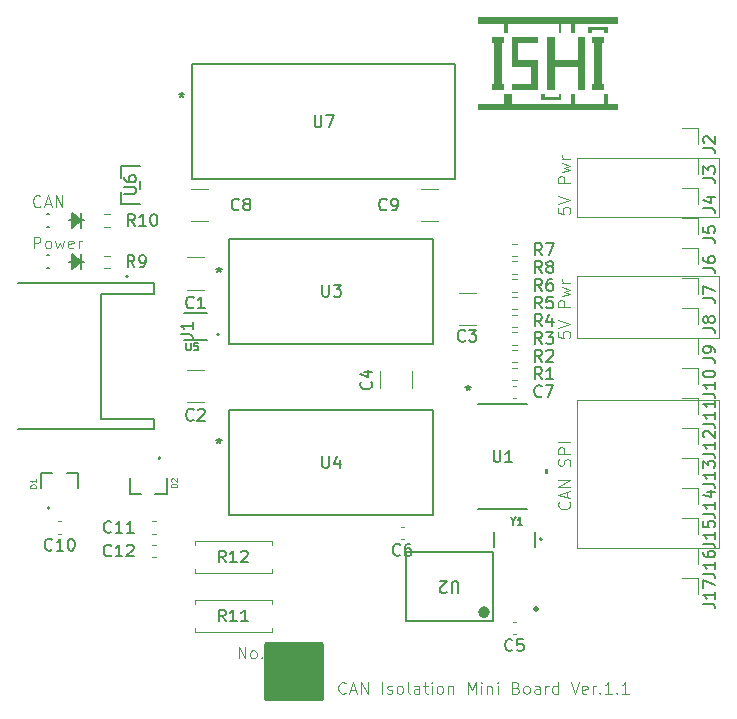
<source format=gto>
%TF.GenerationSoftware,KiCad,Pcbnew,9.0.4*%
%TF.CreationDate,2025-11-06T05:11:40+09:00*%
%TF.ProjectId,CAN_Isolation_mini,43414e5f-4973-46f6-9c61-74696f6e5f6d,Ver.1.1*%
%TF.SameCoordinates,Original*%
%TF.FileFunction,Legend,Top*%
%TF.FilePolarity,Positive*%
%FSLAX46Y46*%
G04 Gerber Fmt 4.6, Leading zero omitted, Abs format (unit mm)*
G04 Created by KiCad (PCBNEW 9.0.4) date 2025-11-06 05:11:40*
%MOMM*%
%LPD*%
G01*
G04 APERTURE LIST*
%ADD10C,0.100000*%
%ADD11C,0.150000*%
%ADD12C,0.120000*%
%ADD13C,0.500000*%
%ADD14C,0.250000*%
%ADD15C,0.000000*%
%ADD16C,0.127000*%
%ADD17C,0.200000*%
%ADD18C,0.152400*%
G04 APERTURE END LIST*
D10*
X136000000Y-90500000D02*
X148000000Y-90500000D01*
X148000000Y-95740000D01*
X136000000Y-95740000D01*
X136000000Y-90500000D01*
X136000000Y-101000000D02*
X148000000Y-101000000D01*
X148000000Y-113500000D01*
X136000000Y-113500000D01*
X136000000Y-101000000D01*
X136000000Y-80500000D02*
X148000000Y-80500000D01*
X148000000Y-85500000D01*
X136000000Y-85500000D01*
X136000000Y-80500000D01*
X135277180Y-109624687D02*
X135324800Y-109672306D01*
X135324800Y-109672306D02*
X135372419Y-109815163D01*
X135372419Y-109815163D02*
X135372419Y-109910401D01*
X135372419Y-109910401D02*
X135324800Y-110053258D01*
X135324800Y-110053258D02*
X135229561Y-110148496D01*
X135229561Y-110148496D02*
X135134323Y-110196115D01*
X135134323Y-110196115D02*
X134943847Y-110243734D01*
X134943847Y-110243734D02*
X134800990Y-110243734D01*
X134800990Y-110243734D02*
X134610514Y-110196115D01*
X134610514Y-110196115D02*
X134515276Y-110148496D01*
X134515276Y-110148496D02*
X134420038Y-110053258D01*
X134420038Y-110053258D02*
X134372419Y-109910401D01*
X134372419Y-109910401D02*
X134372419Y-109815163D01*
X134372419Y-109815163D02*
X134420038Y-109672306D01*
X134420038Y-109672306D02*
X134467657Y-109624687D01*
X135086704Y-109243734D02*
X135086704Y-108767544D01*
X135372419Y-109338972D02*
X134372419Y-109005639D01*
X134372419Y-109005639D02*
X135372419Y-108672306D01*
X135372419Y-108338972D02*
X134372419Y-108338972D01*
X134372419Y-108338972D02*
X135372419Y-107767544D01*
X135372419Y-107767544D02*
X134372419Y-107767544D01*
X135324800Y-106577067D02*
X135372419Y-106434210D01*
X135372419Y-106434210D02*
X135372419Y-106196115D01*
X135372419Y-106196115D02*
X135324800Y-106100877D01*
X135324800Y-106100877D02*
X135277180Y-106053258D01*
X135277180Y-106053258D02*
X135181942Y-106005639D01*
X135181942Y-106005639D02*
X135086704Y-106005639D01*
X135086704Y-106005639D02*
X134991466Y-106053258D01*
X134991466Y-106053258D02*
X134943847Y-106100877D01*
X134943847Y-106100877D02*
X134896228Y-106196115D01*
X134896228Y-106196115D02*
X134848609Y-106386591D01*
X134848609Y-106386591D02*
X134800990Y-106481829D01*
X134800990Y-106481829D02*
X134753371Y-106529448D01*
X134753371Y-106529448D02*
X134658133Y-106577067D01*
X134658133Y-106577067D02*
X134562895Y-106577067D01*
X134562895Y-106577067D02*
X134467657Y-106529448D01*
X134467657Y-106529448D02*
X134420038Y-106481829D01*
X134420038Y-106481829D02*
X134372419Y-106386591D01*
X134372419Y-106386591D02*
X134372419Y-106148496D01*
X134372419Y-106148496D02*
X134420038Y-106005639D01*
X135372419Y-105577067D02*
X134372419Y-105577067D01*
X134372419Y-105577067D02*
X134372419Y-105196115D01*
X134372419Y-105196115D02*
X134420038Y-105100877D01*
X134420038Y-105100877D02*
X134467657Y-105053258D01*
X134467657Y-105053258D02*
X134562895Y-105005639D01*
X134562895Y-105005639D02*
X134705752Y-105005639D01*
X134705752Y-105005639D02*
X134800990Y-105053258D01*
X134800990Y-105053258D02*
X134848609Y-105100877D01*
X134848609Y-105100877D02*
X134896228Y-105196115D01*
X134896228Y-105196115D02*
X134896228Y-105577067D01*
X135372419Y-104577067D02*
X134372419Y-104577067D01*
X107303884Y-122872419D02*
X107303884Y-121872419D01*
X107303884Y-121872419D02*
X107875312Y-122872419D01*
X107875312Y-122872419D02*
X107875312Y-121872419D01*
X108494360Y-122872419D02*
X108399122Y-122824800D01*
X108399122Y-122824800D02*
X108351503Y-122777180D01*
X108351503Y-122777180D02*
X108303884Y-122681942D01*
X108303884Y-122681942D02*
X108303884Y-122396228D01*
X108303884Y-122396228D02*
X108351503Y-122300990D01*
X108351503Y-122300990D02*
X108399122Y-122253371D01*
X108399122Y-122253371D02*
X108494360Y-122205752D01*
X108494360Y-122205752D02*
X108637217Y-122205752D01*
X108637217Y-122205752D02*
X108732455Y-122253371D01*
X108732455Y-122253371D02*
X108780074Y-122300990D01*
X108780074Y-122300990D02*
X108827693Y-122396228D01*
X108827693Y-122396228D02*
X108827693Y-122681942D01*
X108827693Y-122681942D02*
X108780074Y-122777180D01*
X108780074Y-122777180D02*
X108732455Y-122824800D01*
X108732455Y-122824800D02*
X108637217Y-122872419D01*
X108637217Y-122872419D02*
X108494360Y-122872419D01*
X109256265Y-122777180D02*
X109303884Y-122824800D01*
X109303884Y-122824800D02*
X109256265Y-122872419D01*
X109256265Y-122872419D02*
X109208646Y-122824800D01*
X109208646Y-122824800D02*
X109256265Y-122777180D01*
X109256265Y-122777180D02*
X109256265Y-122872419D01*
X116375312Y-125777180D02*
X116327693Y-125824800D01*
X116327693Y-125824800D02*
X116184836Y-125872419D01*
X116184836Y-125872419D02*
X116089598Y-125872419D01*
X116089598Y-125872419D02*
X115946741Y-125824800D01*
X115946741Y-125824800D02*
X115851503Y-125729561D01*
X115851503Y-125729561D02*
X115803884Y-125634323D01*
X115803884Y-125634323D02*
X115756265Y-125443847D01*
X115756265Y-125443847D02*
X115756265Y-125300990D01*
X115756265Y-125300990D02*
X115803884Y-125110514D01*
X115803884Y-125110514D02*
X115851503Y-125015276D01*
X115851503Y-125015276D02*
X115946741Y-124920038D01*
X115946741Y-124920038D02*
X116089598Y-124872419D01*
X116089598Y-124872419D02*
X116184836Y-124872419D01*
X116184836Y-124872419D02*
X116327693Y-124920038D01*
X116327693Y-124920038D02*
X116375312Y-124967657D01*
X116756265Y-125586704D02*
X117232455Y-125586704D01*
X116661027Y-125872419D02*
X116994360Y-124872419D01*
X116994360Y-124872419D02*
X117327693Y-125872419D01*
X117661027Y-125872419D02*
X117661027Y-124872419D01*
X117661027Y-124872419D02*
X118232455Y-125872419D01*
X118232455Y-125872419D02*
X118232455Y-124872419D01*
X119470551Y-125872419D02*
X119470551Y-124872419D01*
X119899122Y-125824800D02*
X119994360Y-125872419D01*
X119994360Y-125872419D02*
X120184836Y-125872419D01*
X120184836Y-125872419D02*
X120280074Y-125824800D01*
X120280074Y-125824800D02*
X120327693Y-125729561D01*
X120327693Y-125729561D02*
X120327693Y-125681942D01*
X120327693Y-125681942D02*
X120280074Y-125586704D01*
X120280074Y-125586704D02*
X120184836Y-125539085D01*
X120184836Y-125539085D02*
X120041979Y-125539085D01*
X120041979Y-125539085D02*
X119946741Y-125491466D01*
X119946741Y-125491466D02*
X119899122Y-125396228D01*
X119899122Y-125396228D02*
X119899122Y-125348609D01*
X119899122Y-125348609D02*
X119946741Y-125253371D01*
X119946741Y-125253371D02*
X120041979Y-125205752D01*
X120041979Y-125205752D02*
X120184836Y-125205752D01*
X120184836Y-125205752D02*
X120280074Y-125253371D01*
X120899122Y-125872419D02*
X120803884Y-125824800D01*
X120803884Y-125824800D02*
X120756265Y-125777180D01*
X120756265Y-125777180D02*
X120708646Y-125681942D01*
X120708646Y-125681942D02*
X120708646Y-125396228D01*
X120708646Y-125396228D02*
X120756265Y-125300990D01*
X120756265Y-125300990D02*
X120803884Y-125253371D01*
X120803884Y-125253371D02*
X120899122Y-125205752D01*
X120899122Y-125205752D02*
X121041979Y-125205752D01*
X121041979Y-125205752D02*
X121137217Y-125253371D01*
X121137217Y-125253371D02*
X121184836Y-125300990D01*
X121184836Y-125300990D02*
X121232455Y-125396228D01*
X121232455Y-125396228D02*
X121232455Y-125681942D01*
X121232455Y-125681942D02*
X121184836Y-125777180D01*
X121184836Y-125777180D02*
X121137217Y-125824800D01*
X121137217Y-125824800D02*
X121041979Y-125872419D01*
X121041979Y-125872419D02*
X120899122Y-125872419D01*
X121803884Y-125872419D02*
X121708646Y-125824800D01*
X121708646Y-125824800D02*
X121661027Y-125729561D01*
X121661027Y-125729561D02*
X121661027Y-124872419D01*
X122613408Y-125872419D02*
X122613408Y-125348609D01*
X122613408Y-125348609D02*
X122565789Y-125253371D01*
X122565789Y-125253371D02*
X122470551Y-125205752D01*
X122470551Y-125205752D02*
X122280075Y-125205752D01*
X122280075Y-125205752D02*
X122184837Y-125253371D01*
X122613408Y-125824800D02*
X122518170Y-125872419D01*
X122518170Y-125872419D02*
X122280075Y-125872419D01*
X122280075Y-125872419D02*
X122184837Y-125824800D01*
X122184837Y-125824800D02*
X122137218Y-125729561D01*
X122137218Y-125729561D02*
X122137218Y-125634323D01*
X122137218Y-125634323D02*
X122184837Y-125539085D01*
X122184837Y-125539085D02*
X122280075Y-125491466D01*
X122280075Y-125491466D02*
X122518170Y-125491466D01*
X122518170Y-125491466D02*
X122613408Y-125443847D01*
X122946742Y-125205752D02*
X123327694Y-125205752D01*
X123089599Y-124872419D02*
X123089599Y-125729561D01*
X123089599Y-125729561D02*
X123137218Y-125824800D01*
X123137218Y-125824800D02*
X123232456Y-125872419D01*
X123232456Y-125872419D02*
X123327694Y-125872419D01*
X123661028Y-125872419D02*
X123661028Y-125205752D01*
X123661028Y-124872419D02*
X123613409Y-124920038D01*
X123613409Y-124920038D02*
X123661028Y-124967657D01*
X123661028Y-124967657D02*
X123708647Y-124920038D01*
X123708647Y-124920038D02*
X123661028Y-124872419D01*
X123661028Y-124872419D02*
X123661028Y-124967657D01*
X124280075Y-125872419D02*
X124184837Y-125824800D01*
X124184837Y-125824800D02*
X124137218Y-125777180D01*
X124137218Y-125777180D02*
X124089599Y-125681942D01*
X124089599Y-125681942D02*
X124089599Y-125396228D01*
X124089599Y-125396228D02*
X124137218Y-125300990D01*
X124137218Y-125300990D02*
X124184837Y-125253371D01*
X124184837Y-125253371D02*
X124280075Y-125205752D01*
X124280075Y-125205752D02*
X124422932Y-125205752D01*
X124422932Y-125205752D02*
X124518170Y-125253371D01*
X124518170Y-125253371D02*
X124565789Y-125300990D01*
X124565789Y-125300990D02*
X124613408Y-125396228D01*
X124613408Y-125396228D02*
X124613408Y-125681942D01*
X124613408Y-125681942D02*
X124565789Y-125777180D01*
X124565789Y-125777180D02*
X124518170Y-125824800D01*
X124518170Y-125824800D02*
X124422932Y-125872419D01*
X124422932Y-125872419D02*
X124280075Y-125872419D01*
X125041980Y-125205752D02*
X125041980Y-125872419D01*
X125041980Y-125300990D02*
X125089599Y-125253371D01*
X125089599Y-125253371D02*
X125184837Y-125205752D01*
X125184837Y-125205752D02*
X125327694Y-125205752D01*
X125327694Y-125205752D02*
X125422932Y-125253371D01*
X125422932Y-125253371D02*
X125470551Y-125348609D01*
X125470551Y-125348609D02*
X125470551Y-125872419D01*
X126708647Y-125872419D02*
X126708647Y-124872419D01*
X126708647Y-124872419D02*
X127041980Y-125586704D01*
X127041980Y-125586704D02*
X127375313Y-124872419D01*
X127375313Y-124872419D02*
X127375313Y-125872419D01*
X127851504Y-125872419D02*
X127851504Y-125205752D01*
X127851504Y-124872419D02*
X127803885Y-124920038D01*
X127803885Y-124920038D02*
X127851504Y-124967657D01*
X127851504Y-124967657D02*
X127899123Y-124920038D01*
X127899123Y-124920038D02*
X127851504Y-124872419D01*
X127851504Y-124872419D02*
X127851504Y-124967657D01*
X128327694Y-125205752D02*
X128327694Y-125872419D01*
X128327694Y-125300990D02*
X128375313Y-125253371D01*
X128375313Y-125253371D02*
X128470551Y-125205752D01*
X128470551Y-125205752D02*
X128613408Y-125205752D01*
X128613408Y-125205752D02*
X128708646Y-125253371D01*
X128708646Y-125253371D02*
X128756265Y-125348609D01*
X128756265Y-125348609D02*
X128756265Y-125872419D01*
X129232456Y-125872419D02*
X129232456Y-125205752D01*
X129232456Y-124872419D02*
X129184837Y-124920038D01*
X129184837Y-124920038D02*
X129232456Y-124967657D01*
X129232456Y-124967657D02*
X129280075Y-124920038D01*
X129280075Y-124920038D02*
X129232456Y-124872419D01*
X129232456Y-124872419D02*
X129232456Y-124967657D01*
X130803884Y-125348609D02*
X130946741Y-125396228D01*
X130946741Y-125396228D02*
X130994360Y-125443847D01*
X130994360Y-125443847D02*
X131041979Y-125539085D01*
X131041979Y-125539085D02*
X131041979Y-125681942D01*
X131041979Y-125681942D02*
X130994360Y-125777180D01*
X130994360Y-125777180D02*
X130946741Y-125824800D01*
X130946741Y-125824800D02*
X130851503Y-125872419D01*
X130851503Y-125872419D02*
X130470551Y-125872419D01*
X130470551Y-125872419D02*
X130470551Y-124872419D01*
X130470551Y-124872419D02*
X130803884Y-124872419D01*
X130803884Y-124872419D02*
X130899122Y-124920038D01*
X130899122Y-124920038D02*
X130946741Y-124967657D01*
X130946741Y-124967657D02*
X130994360Y-125062895D01*
X130994360Y-125062895D02*
X130994360Y-125158133D01*
X130994360Y-125158133D02*
X130946741Y-125253371D01*
X130946741Y-125253371D02*
X130899122Y-125300990D01*
X130899122Y-125300990D02*
X130803884Y-125348609D01*
X130803884Y-125348609D02*
X130470551Y-125348609D01*
X131613408Y-125872419D02*
X131518170Y-125824800D01*
X131518170Y-125824800D02*
X131470551Y-125777180D01*
X131470551Y-125777180D02*
X131422932Y-125681942D01*
X131422932Y-125681942D02*
X131422932Y-125396228D01*
X131422932Y-125396228D02*
X131470551Y-125300990D01*
X131470551Y-125300990D02*
X131518170Y-125253371D01*
X131518170Y-125253371D02*
X131613408Y-125205752D01*
X131613408Y-125205752D02*
X131756265Y-125205752D01*
X131756265Y-125205752D02*
X131851503Y-125253371D01*
X131851503Y-125253371D02*
X131899122Y-125300990D01*
X131899122Y-125300990D02*
X131946741Y-125396228D01*
X131946741Y-125396228D02*
X131946741Y-125681942D01*
X131946741Y-125681942D02*
X131899122Y-125777180D01*
X131899122Y-125777180D02*
X131851503Y-125824800D01*
X131851503Y-125824800D02*
X131756265Y-125872419D01*
X131756265Y-125872419D02*
X131613408Y-125872419D01*
X132803884Y-125872419D02*
X132803884Y-125348609D01*
X132803884Y-125348609D02*
X132756265Y-125253371D01*
X132756265Y-125253371D02*
X132661027Y-125205752D01*
X132661027Y-125205752D02*
X132470551Y-125205752D01*
X132470551Y-125205752D02*
X132375313Y-125253371D01*
X132803884Y-125824800D02*
X132708646Y-125872419D01*
X132708646Y-125872419D02*
X132470551Y-125872419D01*
X132470551Y-125872419D02*
X132375313Y-125824800D01*
X132375313Y-125824800D02*
X132327694Y-125729561D01*
X132327694Y-125729561D02*
X132327694Y-125634323D01*
X132327694Y-125634323D02*
X132375313Y-125539085D01*
X132375313Y-125539085D02*
X132470551Y-125491466D01*
X132470551Y-125491466D02*
X132708646Y-125491466D01*
X132708646Y-125491466D02*
X132803884Y-125443847D01*
X133280075Y-125872419D02*
X133280075Y-125205752D01*
X133280075Y-125396228D02*
X133327694Y-125300990D01*
X133327694Y-125300990D02*
X133375313Y-125253371D01*
X133375313Y-125253371D02*
X133470551Y-125205752D01*
X133470551Y-125205752D02*
X133565789Y-125205752D01*
X134327694Y-125872419D02*
X134327694Y-124872419D01*
X134327694Y-125824800D02*
X134232456Y-125872419D01*
X134232456Y-125872419D02*
X134041980Y-125872419D01*
X134041980Y-125872419D02*
X133946742Y-125824800D01*
X133946742Y-125824800D02*
X133899123Y-125777180D01*
X133899123Y-125777180D02*
X133851504Y-125681942D01*
X133851504Y-125681942D02*
X133851504Y-125396228D01*
X133851504Y-125396228D02*
X133899123Y-125300990D01*
X133899123Y-125300990D02*
X133946742Y-125253371D01*
X133946742Y-125253371D02*
X134041980Y-125205752D01*
X134041980Y-125205752D02*
X134232456Y-125205752D01*
X134232456Y-125205752D02*
X134327694Y-125253371D01*
X135422933Y-124872419D02*
X135756266Y-125872419D01*
X135756266Y-125872419D02*
X136089599Y-124872419D01*
X136803885Y-125824800D02*
X136708647Y-125872419D01*
X136708647Y-125872419D02*
X136518171Y-125872419D01*
X136518171Y-125872419D02*
X136422933Y-125824800D01*
X136422933Y-125824800D02*
X136375314Y-125729561D01*
X136375314Y-125729561D02*
X136375314Y-125348609D01*
X136375314Y-125348609D02*
X136422933Y-125253371D01*
X136422933Y-125253371D02*
X136518171Y-125205752D01*
X136518171Y-125205752D02*
X136708647Y-125205752D01*
X136708647Y-125205752D02*
X136803885Y-125253371D01*
X136803885Y-125253371D02*
X136851504Y-125348609D01*
X136851504Y-125348609D02*
X136851504Y-125443847D01*
X136851504Y-125443847D02*
X136375314Y-125539085D01*
X137280076Y-125872419D02*
X137280076Y-125205752D01*
X137280076Y-125396228D02*
X137327695Y-125300990D01*
X137327695Y-125300990D02*
X137375314Y-125253371D01*
X137375314Y-125253371D02*
X137470552Y-125205752D01*
X137470552Y-125205752D02*
X137565790Y-125205752D01*
X137899124Y-125777180D02*
X137946743Y-125824800D01*
X137946743Y-125824800D02*
X137899124Y-125872419D01*
X137899124Y-125872419D02*
X137851505Y-125824800D01*
X137851505Y-125824800D02*
X137899124Y-125777180D01*
X137899124Y-125777180D02*
X137899124Y-125872419D01*
X138899123Y-125872419D02*
X138327695Y-125872419D01*
X138613409Y-125872419D02*
X138613409Y-124872419D01*
X138613409Y-124872419D02*
X138518171Y-125015276D01*
X138518171Y-125015276D02*
X138422933Y-125110514D01*
X138422933Y-125110514D02*
X138327695Y-125158133D01*
X139327695Y-125777180D02*
X139375314Y-125824800D01*
X139375314Y-125824800D02*
X139327695Y-125872419D01*
X139327695Y-125872419D02*
X139280076Y-125824800D01*
X139280076Y-125824800D02*
X139327695Y-125777180D01*
X139327695Y-125777180D02*
X139327695Y-125872419D01*
X140327694Y-125872419D02*
X139756266Y-125872419D01*
X140041980Y-125872419D02*
X140041980Y-124872419D01*
X140041980Y-124872419D02*
X139946742Y-125015276D01*
X139946742Y-125015276D02*
X139851504Y-125110514D01*
X139851504Y-125110514D02*
X139756266Y-125158133D01*
X134372419Y-95219925D02*
X134372419Y-95696115D01*
X134372419Y-95696115D02*
X134848609Y-95743734D01*
X134848609Y-95743734D02*
X134800990Y-95696115D01*
X134800990Y-95696115D02*
X134753371Y-95600877D01*
X134753371Y-95600877D02*
X134753371Y-95362782D01*
X134753371Y-95362782D02*
X134800990Y-95267544D01*
X134800990Y-95267544D02*
X134848609Y-95219925D01*
X134848609Y-95219925D02*
X134943847Y-95172306D01*
X134943847Y-95172306D02*
X135181942Y-95172306D01*
X135181942Y-95172306D02*
X135277180Y-95219925D01*
X135277180Y-95219925D02*
X135324800Y-95267544D01*
X135324800Y-95267544D02*
X135372419Y-95362782D01*
X135372419Y-95362782D02*
X135372419Y-95600877D01*
X135372419Y-95600877D02*
X135324800Y-95696115D01*
X135324800Y-95696115D02*
X135277180Y-95743734D01*
X134372419Y-94886591D02*
X135372419Y-94553258D01*
X135372419Y-94553258D02*
X134372419Y-94219925D01*
X135372419Y-93124686D02*
X134372419Y-93124686D01*
X134372419Y-93124686D02*
X134372419Y-92743734D01*
X134372419Y-92743734D02*
X134420038Y-92648496D01*
X134420038Y-92648496D02*
X134467657Y-92600877D01*
X134467657Y-92600877D02*
X134562895Y-92553258D01*
X134562895Y-92553258D02*
X134705752Y-92553258D01*
X134705752Y-92553258D02*
X134800990Y-92600877D01*
X134800990Y-92600877D02*
X134848609Y-92648496D01*
X134848609Y-92648496D02*
X134896228Y-92743734D01*
X134896228Y-92743734D02*
X134896228Y-93124686D01*
X134705752Y-92219924D02*
X135372419Y-92029448D01*
X135372419Y-92029448D02*
X134896228Y-91838972D01*
X134896228Y-91838972D02*
X135372419Y-91648496D01*
X135372419Y-91648496D02*
X134705752Y-91458020D01*
X135372419Y-91077067D02*
X134705752Y-91077067D01*
X134896228Y-91077067D02*
X134800990Y-91029448D01*
X134800990Y-91029448D02*
X134753371Y-90981829D01*
X134753371Y-90981829D02*
X134705752Y-90886591D01*
X134705752Y-90886591D02*
X134705752Y-90791353D01*
X90532407Y-84572085D02*
X90484788Y-84619705D01*
X90484788Y-84619705D02*
X90341931Y-84667324D01*
X90341931Y-84667324D02*
X90246693Y-84667324D01*
X90246693Y-84667324D02*
X90103836Y-84619705D01*
X90103836Y-84619705D02*
X90008598Y-84524466D01*
X90008598Y-84524466D02*
X89960979Y-84429228D01*
X89960979Y-84429228D02*
X89913360Y-84238752D01*
X89913360Y-84238752D02*
X89913360Y-84095895D01*
X89913360Y-84095895D02*
X89960979Y-83905419D01*
X89960979Y-83905419D02*
X90008598Y-83810181D01*
X90008598Y-83810181D02*
X90103836Y-83714943D01*
X90103836Y-83714943D02*
X90246693Y-83667324D01*
X90246693Y-83667324D02*
X90341931Y-83667324D01*
X90341931Y-83667324D02*
X90484788Y-83714943D01*
X90484788Y-83714943D02*
X90532407Y-83762562D01*
X90913360Y-84381609D02*
X91389550Y-84381609D01*
X90818122Y-84667324D02*
X91151455Y-83667324D01*
X91151455Y-83667324D02*
X91484788Y-84667324D01*
X91818122Y-84667324D02*
X91818122Y-83667324D01*
X91818122Y-83667324D02*
X92389550Y-84667324D01*
X92389550Y-84667324D02*
X92389550Y-83667324D01*
X89960979Y-88167324D02*
X89960979Y-87167324D01*
X89960979Y-87167324D02*
X90341931Y-87167324D01*
X90341931Y-87167324D02*
X90437169Y-87214943D01*
X90437169Y-87214943D02*
X90484788Y-87262562D01*
X90484788Y-87262562D02*
X90532407Y-87357800D01*
X90532407Y-87357800D02*
X90532407Y-87500657D01*
X90532407Y-87500657D02*
X90484788Y-87595895D01*
X90484788Y-87595895D02*
X90437169Y-87643514D01*
X90437169Y-87643514D02*
X90341931Y-87691133D01*
X90341931Y-87691133D02*
X89960979Y-87691133D01*
X91103836Y-88167324D02*
X91008598Y-88119705D01*
X91008598Y-88119705D02*
X90960979Y-88072085D01*
X90960979Y-88072085D02*
X90913360Y-87976847D01*
X90913360Y-87976847D02*
X90913360Y-87691133D01*
X90913360Y-87691133D02*
X90960979Y-87595895D01*
X90960979Y-87595895D02*
X91008598Y-87548276D01*
X91008598Y-87548276D02*
X91103836Y-87500657D01*
X91103836Y-87500657D02*
X91246693Y-87500657D01*
X91246693Y-87500657D02*
X91341931Y-87548276D01*
X91341931Y-87548276D02*
X91389550Y-87595895D01*
X91389550Y-87595895D02*
X91437169Y-87691133D01*
X91437169Y-87691133D02*
X91437169Y-87976847D01*
X91437169Y-87976847D02*
X91389550Y-88072085D01*
X91389550Y-88072085D02*
X91341931Y-88119705D01*
X91341931Y-88119705D02*
X91246693Y-88167324D01*
X91246693Y-88167324D02*
X91103836Y-88167324D01*
X91770503Y-87500657D02*
X91960979Y-88167324D01*
X91960979Y-88167324D02*
X92151455Y-87691133D01*
X92151455Y-87691133D02*
X92341931Y-88167324D01*
X92341931Y-88167324D02*
X92532407Y-87500657D01*
X93294312Y-88119705D02*
X93199074Y-88167324D01*
X93199074Y-88167324D02*
X93008598Y-88167324D01*
X93008598Y-88167324D02*
X92913360Y-88119705D01*
X92913360Y-88119705D02*
X92865741Y-88024466D01*
X92865741Y-88024466D02*
X92865741Y-87643514D01*
X92865741Y-87643514D02*
X92913360Y-87548276D01*
X92913360Y-87548276D02*
X93008598Y-87500657D01*
X93008598Y-87500657D02*
X93199074Y-87500657D01*
X93199074Y-87500657D02*
X93294312Y-87548276D01*
X93294312Y-87548276D02*
X93341931Y-87643514D01*
X93341931Y-87643514D02*
X93341931Y-87738752D01*
X93341931Y-87738752D02*
X92865741Y-87833990D01*
X93770503Y-88167324D02*
X93770503Y-87500657D01*
X93770503Y-87691133D02*
X93818122Y-87595895D01*
X93818122Y-87595895D02*
X93865741Y-87548276D01*
X93865741Y-87548276D02*
X93960979Y-87500657D01*
X93960979Y-87500657D02*
X94056217Y-87500657D01*
X134372419Y-84719925D02*
X134372419Y-85196115D01*
X134372419Y-85196115D02*
X134848609Y-85243734D01*
X134848609Y-85243734D02*
X134800990Y-85196115D01*
X134800990Y-85196115D02*
X134753371Y-85100877D01*
X134753371Y-85100877D02*
X134753371Y-84862782D01*
X134753371Y-84862782D02*
X134800990Y-84767544D01*
X134800990Y-84767544D02*
X134848609Y-84719925D01*
X134848609Y-84719925D02*
X134943847Y-84672306D01*
X134943847Y-84672306D02*
X135181942Y-84672306D01*
X135181942Y-84672306D02*
X135277180Y-84719925D01*
X135277180Y-84719925D02*
X135324800Y-84767544D01*
X135324800Y-84767544D02*
X135372419Y-84862782D01*
X135372419Y-84862782D02*
X135372419Y-85100877D01*
X135372419Y-85100877D02*
X135324800Y-85196115D01*
X135324800Y-85196115D02*
X135277180Y-85243734D01*
X134372419Y-84386591D02*
X135372419Y-84053258D01*
X135372419Y-84053258D02*
X134372419Y-83719925D01*
X135372419Y-82624686D02*
X134372419Y-82624686D01*
X134372419Y-82624686D02*
X134372419Y-82243734D01*
X134372419Y-82243734D02*
X134420038Y-82148496D01*
X134420038Y-82148496D02*
X134467657Y-82100877D01*
X134467657Y-82100877D02*
X134562895Y-82053258D01*
X134562895Y-82053258D02*
X134705752Y-82053258D01*
X134705752Y-82053258D02*
X134800990Y-82100877D01*
X134800990Y-82100877D02*
X134848609Y-82148496D01*
X134848609Y-82148496D02*
X134896228Y-82243734D01*
X134896228Y-82243734D02*
X134896228Y-82624686D01*
X134705752Y-81719924D02*
X135372419Y-81529448D01*
X135372419Y-81529448D02*
X134896228Y-81338972D01*
X134896228Y-81338972D02*
X135372419Y-81148496D01*
X135372419Y-81148496D02*
X134705752Y-80958020D01*
X135372419Y-80577067D02*
X134705752Y-80577067D01*
X134896228Y-80577067D02*
X134800990Y-80529448D01*
X134800990Y-80529448D02*
X134753371Y-80481829D01*
X134753371Y-80481829D02*
X134705752Y-80386591D01*
X134705752Y-80386591D02*
X134705752Y-80291353D01*
D11*
X132963333Y-100659580D02*
X132915714Y-100707200D01*
X132915714Y-100707200D02*
X132772857Y-100754819D01*
X132772857Y-100754819D02*
X132677619Y-100754819D01*
X132677619Y-100754819D02*
X132534762Y-100707200D01*
X132534762Y-100707200D02*
X132439524Y-100611961D01*
X132439524Y-100611961D02*
X132391905Y-100516723D01*
X132391905Y-100516723D02*
X132344286Y-100326247D01*
X132344286Y-100326247D02*
X132344286Y-100183390D01*
X132344286Y-100183390D02*
X132391905Y-99992914D01*
X132391905Y-99992914D02*
X132439524Y-99897676D01*
X132439524Y-99897676D02*
X132534762Y-99802438D01*
X132534762Y-99802438D02*
X132677619Y-99754819D01*
X132677619Y-99754819D02*
X132772857Y-99754819D01*
X132772857Y-99754819D02*
X132915714Y-99802438D01*
X132915714Y-99802438D02*
X132963333Y-99850057D01*
X133296667Y-99754819D02*
X133963333Y-99754819D01*
X133963333Y-99754819D02*
X133534762Y-100754819D01*
X98490428Y-89749724D02*
X98157095Y-89273533D01*
X97919000Y-89749724D02*
X97919000Y-88749724D01*
X97919000Y-88749724D02*
X98299952Y-88749724D01*
X98299952Y-88749724D02*
X98395190Y-88797343D01*
X98395190Y-88797343D02*
X98442809Y-88844962D01*
X98442809Y-88844962D02*
X98490428Y-88940200D01*
X98490428Y-88940200D02*
X98490428Y-89083057D01*
X98490428Y-89083057D02*
X98442809Y-89178295D01*
X98442809Y-89178295D02*
X98395190Y-89225914D01*
X98395190Y-89225914D02*
X98299952Y-89273533D01*
X98299952Y-89273533D02*
X97919000Y-89273533D01*
X98966619Y-89749724D02*
X99157095Y-89749724D01*
X99157095Y-89749724D02*
X99252333Y-89702105D01*
X99252333Y-89702105D02*
X99299952Y-89654485D01*
X99299952Y-89654485D02*
X99395190Y-89511628D01*
X99395190Y-89511628D02*
X99442809Y-89321152D01*
X99442809Y-89321152D02*
X99442809Y-88940200D01*
X99442809Y-88940200D02*
X99395190Y-88844962D01*
X99395190Y-88844962D02*
X99347571Y-88797343D01*
X99347571Y-88797343D02*
X99252333Y-88749724D01*
X99252333Y-88749724D02*
X99061857Y-88749724D01*
X99061857Y-88749724D02*
X98966619Y-88797343D01*
X98966619Y-88797343D02*
X98919000Y-88844962D01*
X98919000Y-88844962D02*
X98871381Y-88940200D01*
X98871381Y-88940200D02*
X98871381Y-89178295D01*
X98871381Y-89178295D02*
X98919000Y-89273533D01*
X98919000Y-89273533D02*
X98966619Y-89321152D01*
X98966619Y-89321152D02*
X99061857Y-89368771D01*
X99061857Y-89368771D02*
X99252333Y-89368771D01*
X99252333Y-89368771D02*
X99347571Y-89321152D01*
X99347571Y-89321152D02*
X99395190Y-89273533D01*
X99395190Y-89273533D02*
X99442809Y-89178295D01*
X125918999Y-117340085D02*
X125918999Y-116530562D01*
X125918999Y-116530562D02*
X125871380Y-116435324D01*
X125871380Y-116435324D02*
X125823761Y-116387705D01*
X125823761Y-116387705D02*
X125728523Y-116340085D01*
X125728523Y-116340085D02*
X125538047Y-116340085D01*
X125538047Y-116340085D02*
X125442809Y-116387705D01*
X125442809Y-116387705D02*
X125395190Y-116435324D01*
X125395190Y-116435324D02*
X125347571Y-116530562D01*
X125347571Y-116530562D02*
X125347571Y-117340085D01*
X124918999Y-117244847D02*
X124871380Y-117292466D01*
X124871380Y-117292466D02*
X124776142Y-117340085D01*
X124776142Y-117340085D02*
X124538047Y-117340085D01*
X124538047Y-117340085D02*
X124442809Y-117292466D01*
X124442809Y-117292466D02*
X124395190Y-117244847D01*
X124395190Y-117244847D02*
X124347571Y-117149609D01*
X124347571Y-117149609D02*
X124347571Y-117054371D01*
X124347571Y-117054371D02*
X124395190Y-116911514D01*
X124395190Y-116911514D02*
X124966618Y-116340085D01*
X124966618Y-116340085D02*
X124347571Y-116340085D01*
X146644819Y-89833333D02*
X147359104Y-89833333D01*
X147359104Y-89833333D02*
X147501961Y-89880952D01*
X147501961Y-89880952D02*
X147597200Y-89976190D01*
X147597200Y-89976190D02*
X147644819Y-90119047D01*
X147644819Y-90119047D02*
X147644819Y-90214285D01*
X146644819Y-88928571D02*
X146644819Y-89119047D01*
X146644819Y-89119047D02*
X146692438Y-89214285D01*
X146692438Y-89214285D02*
X146740057Y-89261904D01*
X146740057Y-89261904D02*
X146882914Y-89357142D01*
X146882914Y-89357142D02*
X147073390Y-89404761D01*
X147073390Y-89404761D02*
X147454342Y-89404761D01*
X147454342Y-89404761D02*
X147549580Y-89357142D01*
X147549580Y-89357142D02*
X147597200Y-89309523D01*
X147597200Y-89309523D02*
X147644819Y-89214285D01*
X147644819Y-89214285D02*
X147644819Y-89023809D01*
X147644819Y-89023809D02*
X147597200Y-88928571D01*
X147597200Y-88928571D02*
X147549580Y-88880952D01*
X147549580Y-88880952D02*
X147454342Y-88833333D01*
X147454342Y-88833333D02*
X147216247Y-88833333D01*
X147216247Y-88833333D02*
X147121009Y-88880952D01*
X147121009Y-88880952D02*
X147073390Y-88928571D01*
X147073390Y-88928571D02*
X147025771Y-89023809D01*
X147025771Y-89023809D02*
X147025771Y-89214285D01*
X147025771Y-89214285D02*
X147073390Y-89309523D01*
X147073390Y-89309523D02*
X147121009Y-89357142D01*
X147121009Y-89357142D02*
X147216247Y-89404761D01*
X146644819Y-82213333D02*
X147359104Y-82213333D01*
X147359104Y-82213333D02*
X147501961Y-82260952D01*
X147501961Y-82260952D02*
X147597200Y-82356190D01*
X147597200Y-82356190D02*
X147644819Y-82499047D01*
X147644819Y-82499047D02*
X147644819Y-82594285D01*
X146644819Y-81832380D02*
X146644819Y-81213333D01*
X146644819Y-81213333D02*
X147025771Y-81546666D01*
X147025771Y-81546666D02*
X147025771Y-81403809D01*
X147025771Y-81403809D02*
X147073390Y-81308571D01*
X147073390Y-81308571D02*
X147121009Y-81260952D01*
X147121009Y-81260952D02*
X147216247Y-81213333D01*
X147216247Y-81213333D02*
X147454342Y-81213333D01*
X147454342Y-81213333D02*
X147549580Y-81260952D01*
X147549580Y-81260952D02*
X147597200Y-81308571D01*
X147597200Y-81308571D02*
X147644819Y-81403809D01*
X147644819Y-81403809D02*
X147644819Y-81689523D01*
X147644819Y-81689523D02*
X147597200Y-81784761D01*
X147597200Y-81784761D02*
X147549580Y-81832380D01*
X102406914Y-95433238D02*
X103121199Y-95433238D01*
X103121199Y-95433238D02*
X103264056Y-95480857D01*
X103264056Y-95480857D02*
X103359295Y-95576095D01*
X103359295Y-95576095D02*
X103406914Y-95718952D01*
X103406914Y-95718952D02*
X103406914Y-95814190D01*
X103406914Y-94433238D02*
X103406914Y-95004666D01*
X103406914Y-94718952D02*
X102406914Y-94718952D01*
X102406914Y-94718952D02*
X102549771Y-94814190D01*
X102549771Y-94814190D02*
X102645009Y-94909428D01*
X102645009Y-94909428D02*
X102692628Y-95004666D01*
X91514237Y-113654485D02*
X91466618Y-113702105D01*
X91466618Y-113702105D02*
X91323761Y-113749724D01*
X91323761Y-113749724D02*
X91228523Y-113749724D01*
X91228523Y-113749724D02*
X91085666Y-113702105D01*
X91085666Y-113702105D02*
X90990428Y-113606866D01*
X90990428Y-113606866D02*
X90942809Y-113511628D01*
X90942809Y-113511628D02*
X90895190Y-113321152D01*
X90895190Y-113321152D02*
X90895190Y-113178295D01*
X90895190Y-113178295D02*
X90942809Y-112987819D01*
X90942809Y-112987819D02*
X90990428Y-112892581D01*
X90990428Y-112892581D02*
X91085666Y-112797343D01*
X91085666Y-112797343D02*
X91228523Y-112749724D01*
X91228523Y-112749724D02*
X91323761Y-112749724D01*
X91323761Y-112749724D02*
X91466618Y-112797343D01*
X91466618Y-112797343D02*
X91514237Y-112844962D01*
X92466618Y-113749724D02*
X91895190Y-113749724D01*
X92180904Y-113749724D02*
X92180904Y-112749724D01*
X92180904Y-112749724D02*
X92085666Y-112892581D01*
X92085666Y-112892581D02*
X91990428Y-112987819D01*
X91990428Y-112987819D02*
X91895190Y-113035438D01*
X93085666Y-112749724D02*
X93180904Y-112749724D01*
X93180904Y-112749724D02*
X93276142Y-112797343D01*
X93276142Y-112797343D02*
X93323761Y-112844962D01*
X93323761Y-112844962D02*
X93371380Y-112940200D01*
X93371380Y-112940200D02*
X93418999Y-113130676D01*
X93418999Y-113130676D02*
X93418999Y-113368771D01*
X93418999Y-113368771D02*
X93371380Y-113559247D01*
X93371380Y-113559247D02*
X93323761Y-113654485D01*
X93323761Y-113654485D02*
X93276142Y-113702105D01*
X93276142Y-113702105D02*
X93180904Y-113749724D01*
X93180904Y-113749724D02*
X93085666Y-113749724D01*
X93085666Y-113749724D02*
X92990428Y-113702105D01*
X92990428Y-113702105D02*
X92942809Y-113654485D01*
X92942809Y-113654485D02*
X92895190Y-113559247D01*
X92895190Y-113559247D02*
X92847571Y-113368771D01*
X92847571Y-113368771D02*
X92847571Y-113130676D01*
X92847571Y-113130676D02*
X92895190Y-112940200D01*
X92895190Y-112940200D02*
X92942809Y-112844962D01*
X92942809Y-112844962D02*
X92990428Y-112797343D01*
X92990428Y-112797343D02*
X93085666Y-112749724D01*
X146644819Y-94913333D02*
X147359104Y-94913333D01*
X147359104Y-94913333D02*
X147501961Y-94960952D01*
X147501961Y-94960952D02*
X147597200Y-95056190D01*
X147597200Y-95056190D02*
X147644819Y-95199047D01*
X147644819Y-95199047D02*
X147644819Y-95294285D01*
X147073390Y-94294285D02*
X147025771Y-94389523D01*
X147025771Y-94389523D02*
X146978152Y-94437142D01*
X146978152Y-94437142D02*
X146882914Y-94484761D01*
X146882914Y-94484761D02*
X146835295Y-94484761D01*
X146835295Y-94484761D02*
X146740057Y-94437142D01*
X146740057Y-94437142D02*
X146692438Y-94389523D01*
X146692438Y-94389523D02*
X146644819Y-94294285D01*
X146644819Y-94294285D02*
X146644819Y-94103809D01*
X146644819Y-94103809D02*
X146692438Y-94008571D01*
X146692438Y-94008571D02*
X146740057Y-93960952D01*
X146740057Y-93960952D02*
X146835295Y-93913333D01*
X146835295Y-93913333D02*
X146882914Y-93913333D01*
X146882914Y-93913333D02*
X146978152Y-93960952D01*
X146978152Y-93960952D02*
X147025771Y-94008571D01*
X147025771Y-94008571D02*
X147073390Y-94103809D01*
X147073390Y-94103809D02*
X147073390Y-94294285D01*
X147073390Y-94294285D02*
X147121009Y-94389523D01*
X147121009Y-94389523D02*
X147168628Y-94437142D01*
X147168628Y-94437142D02*
X147263866Y-94484761D01*
X147263866Y-94484761D02*
X147454342Y-94484761D01*
X147454342Y-94484761D02*
X147549580Y-94437142D01*
X147549580Y-94437142D02*
X147597200Y-94389523D01*
X147597200Y-94389523D02*
X147644819Y-94294285D01*
X147644819Y-94294285D02*
X147644819Y-94103809D01*
X147644819Y-94103809D02*
X147597200Y-94008571D01*
X147597200Y-94008571D02*
X147549580Y-93960952D01*
X147549580Y-93960952D02*
X147454342Y-93913333D01*
X147454342Y-93913333D02*
X147263866Y-93913333D01*
X147263866Y-93913333D02*
X147168628Y-93960952D01*
X147168628Y-93960952D02*
X147121009Y-94008571D01*
X147121009Y-94008571D02*
X147073390Y-94103809D01*
X146644819Y-103009523D02*
X147359104Y-103009523D01*
X147359104Y-103009523D02*
X147501961Y-103057142D01*
X147501961Y-103057142D02*
X147597200Y-103152380D01*
X147597200Y-103152380D02*
X147644819Y-103295237D01*
X147644819Y-103295237D02*
X147644819Y-103390475D01*
X147644819Y-102009523D02*
X147644819Y-102580951D01*
X147644819Y-102295237D02*
X146644819Y-102295237D01*
X146644819Y-102295237D02*
X146787676Y-102390475D01*
X146787676Y-102390475D02*
X146882914Y-102485713D01*
X146882914Y-102485713D02*
X146930533Y-102580951D01*
X147644819Y-101057142D02*
X147644819Y-101628570D01*
X147644819Y-101342856D02*
X146644819Y-101342856D01*
X146644819Y-101342856D02*
X146787676Y-101438094D01*
X146787676Y-101438094D02*
X146882914Y-101533332D01*
X146882914Y-101533332D02*
X146930533Y-101628570D01*
X146644819Y-118249523D02*
X147359104Y-118249523D01*
X147359104Y-118249523D02*
X147501961Y-118297142D01*
X147501961Y-118297142D02*
X147597200Y-118392380D01*
X147597200Y-118392380D02*
X147644819Y-118535237D01*
X147644819Y-118535237D02*
X147644819Y-118630475D01*
X147644819Y-117249523D02*
X147644819Y-117820951D01*
X147644819Y-117535237D02*
X146644819Y-117535237D01*
X146644819Y-117535237D02*
X146787676Y-117630475D01*
X146787676Y-117630475D02*
X146882914Y-117725713D01*
X146882914Y-117725713D02*
X146930533Y-117820951D01*
X146644819Y-116916189D02*
X146644819Y-116249523D01*
X146644819Y-116249523D02*
X147644819Y-116678094D01*
X102877475Y-96156581D02*
X102877475Y-96674676D01*
X102877475Y-96674676D02*
X102907952Y-96735628D01*
X102907952Y-96735628D02*
X102938428Y-96766105D01*
X102938428Y-96766105D02*
X102999380Y-96796581D01*
X102999380Y-96796581D02*
X103121285Y-96796581D01*
X103121285Y-96796581D02*
X103182237Y-96766105D01*
X103182237Y-96766105D02*
X103212714Y-96735628D01*
X103212714Y-96735628D02*
X103243190Y-96674676D01*
X103243190Y-96674676D02*
X103243190Y-96156581D01*
X103852713Y-96156581D02*
X103547951Y-96156581D01*
X103547951Y-96156581D02*
X103517475Y-96461343D01*
X103517475Y-96461343D02*
X103547951Y-96430866D01*
X103547951Y-96430866D02*
X103608904Y-96400390D01*
X103608904Y-96400390D02*
X103761285Y-96400390D01*
X103761285Y-96400390D02*
X103822237Y-96430866D01*
X103822237Y-96430866D02*
X103852713Y-96461343D01*
X103852713Y-96461343D02*
X103883190Y-96522295D01*
X103883190Y-96522295D02*
X103883190Y-96674676D01*
X103883190Y-96674676D02*
X103852713Y-96735628D01*
X103852713Y-96735628D02*
X103822237Y-96766105D01*
X103822237Y-96766105D02*
X103761285Y-96796581D01*
X103761285Y-96796581D02*
X103608904Y-96796581D01*
X103608904Y-96796581D02*
X103547951Y-96766105D01*
X103547951Y-96766105D02*
X103517475Y-96735628D01*
X146644819Y-113169523D02*
X147359104Y-113169523D01*
X147359104Y-113169523D02*
X147501961Y-113217142D01*
X147501961Y-113217142D02*
X147597200Y-113312380D01*
X147597200Y-113312380D02*
X147644819Y-113455237D01*
X147644819Y-113455237D02*
X147644819Y-113550475D01*
X147644819Y-112169523D02*
X147644819Y-112740951D01*
X147644819Y-112455237D02*
X146644819Y-112455237D01*
X146644819Y-112455237D02*
X146787676Y-112550475D01*
X146787676Y-112550475D02*
X146882914Y-112645713D01*
X146882914Y-112645713D02*
X146930533Y-112740951D01*
X146644819Y-111264761D02*
X146644819Y-111740951D01*
X146644819Y-111740951D02*
X147121009Y-111788570D01*
X147121009Y-111788570D02*
X147073390Y-111740951D01*
X147073390Y-111740951D02*
X147025771Y-111645713D01*
X147025771Y-111645713D02*
X147025771Y-111407618D01*
X147025771Y-111407618D02*
X147073390Y-111312380D01*
X147073390Y-111312380D02*
X147121009Y-111264761D01*
X147121009Y-111264761D02*
X147216247Y-111217142D01*
X147216247Y-111217142D02*
X147454342Y-111217142D01*
X147454342Y-111217142D02*
X147549580Y-111264761D01*
X147549580Y-111264761D02*
X147597200Y-111312380D01*
X147597200Y-111312380D02*
X147644819Y-111407618D01*
X147644819Y-111407618D02*
X147644819Y-111645713D01*
X147644819Y-111645713D02*
X147597200Y-111740951D01*
X147597200Y-111740951D02*
X147549580Y-111788570D01*
X146644819Y-108089523D02*
X147359104Y-108089523D01*
X147359104Y-108089523D02*
X147501961Y-108137142D01*
X147501961Y-108137142D02*
X147597200Y-108232380D01*
X147597200Y-108232380D02*
X147644819Y-108375237D01*
X147644819Y-108375237D02*
X147644819Y-108470475D01*
X147644819Y-107089523D02*
X147644819Y-107660951D01*
X147644819Y-107375237D02*
X146644819Y-107375237D01*
X146644819Y-107375237D02*
X146787676Y-107470475D01*
X146787676Y-107470475D02*
X146882914Y-107565713D01*
X146882914Y-107565713D02*
X146930533Y-107660951D01*
X146644819Y-106756189D02*
X146644819Y-106137142D01*
X146644819Y-106137142D02*
X147025771Y-106470475D01*
X147025771Y-106470475D02*
X147025771Y-106327618D01*
X147025771Y-106327618D02*
X147073390Y-106232380D01*
X147073390Y-106232380D02*
X147121009Y-106184761D01*
X147121009Y-106184761D02*
X147216247Y-106137142D01*
X147216247Y-106137142D02*
X147454342Y-106137142D01*
X147454342Y-106137142D02*
X147549580Y-106184761D01*
X147549580Y-106184761D02*
X147597200Y-106232380D01*
X147597200Y-106232380D02*
X147644819Y-106327618D01*
X147644819Y-106327618D02*
X147644819Y-106613332D01*
X147644819Y-106613332D02*
X147597200Y-106708570D01*
X147597200Y-106708570D02*
X147549580Y-106756189D01*
X103490428Y-102654485D02*
X103442809Y-102702105D01*
X103442809Y-102702105D02*
X103299952Y-102749724D01*
X103299952Y-102749724D02*
X103204714Y-102749724D01*
X103204714Y-102749724D02*
X103061857Y-102702105D01*
X103061857Y-102702105D02*
X102966619Y-102606866D01*
X102966619Y-102606866D02*
X102919000Y-102511628D01*
X102919000Y-102511628D02*
X102871381Y-102321152D01*
X102871381Y-102321152D02*
X102871381Y-102178295D01*
X102871381Y-102178295D02*
X102919000Y-101987819D01*
X102919000Y-101987819D02*
X102966619Y-101892581D01*
X102966619Y-101892581D02*
X103061857Y-101797343D01*
X103061857Y-101797343D02*
X103204714Y-101749724D01*
X103204714Y-101749724D02*
X103299952Y-101749724D01*
X103299952Y-101749724D02*
X103442809Y-101797343D01*
X103442809Y-101797343D02*
X103490428Y-101844962D01*
X103871381Y-101844962D02*
X103919000Y-101797343D01*
X103919000Y-101797343D02*
X104014238Y-101749724D01*
X104014238Y-101749724D02*
X104252333Y-101749724D01*
X104252333Y-101749724D02*
X104347571Y-101797343D01*
X104347571Y-101797343D02*
X104395190Y-101844962D01*
X104395190Y-101844962D02*
X104442809Y-101940200D01*
X104442809Y-101940200D02*
X104442809Y-102035438D01*
X104442809Y-102035438D02*
X104395190Y-102178295D01*
X104395190Y-102178295D02*
X103823762Y-102749724D01*
X103823762Y-102749724D02*
X104442809Y-102749724D01*
X106204237Y-114749724D02*
X105870904Y-114273533D01*
X105632809Y-114749724D02*
X105632809Y-113749724D01*
X105632809Y-113749724D02*
X106013761Y-113749724D01*
X106013761Y-113749724D02*
X106108999Y-113797343D01*
X106108999Y-113797343D02*
X106156618Y-113844962D01*
X106156618Y-113844962D02*
X106204237Y-113940200D01*
X106204237Y-113940200D02*
X106204237Y-114083057D01*
X106204237Y-114083057D02*
X106156618Y-114178295D01*
X106156618Y-114178295D02*
X106108999Y-114225914D01*
X106108999Y-114225914D02*
X106013761Y-114273533D01*
X106013761Y-114273533D02*
X105632809Y-114273533D01*
X107156618Y-114749724D02*
X106585190Y-114749724D01*
X106870904Y-114749724D02*
X106870904Y-113749724D01*
X106870904Y-113749724D02*
X106775666Y-113892581D01*
X106775666Y-113892581D02*
X106680428Y-113987819D01*
X106680428Y-113987819D02*
X106585190Y-114035438D01*
X107537571Y-113844962D02*
X107585190Y-113797343D01*
X107585190Y-113797343D02*
X107680428Y-113749724D01*
X107680428Y-113749724D02*
X107918523Y-113749724D01*
X107918523Y-113749724D02*
X108013761Y-113797343D01*
X108013761Y-113797343D02*
X108061380Y-113844962D01*
X108061380Y-113844962D02*
X108108999Y-113940200D01*
X108108999Y-113940200D02*
X108108999Y-114035438D01*
X108108999Y-114035438D02*
X108061380Y-114178295D01*
X108061380Y-114178295D02*
X107489952Y-114749724D01*
X107489952Y-114749724D02*
X108108999Y-114749724D01*
X130490428Y-122154485D02*
X130442809Y-122202105D01*
X130442809Y-122202105D02*
X130299952Y-122249724D01*
X130299952Y-122249724D02*
X130204714Y-122249724D01*
X130204714Y-122249724D02*
X130061857Y-122202105D01*
X130061857Y-122202105D02*
X129966619Y-122106866D01*
X129966619Y-122106866D02*
X129919000Y-122011628D01*
X129919000Y-122011628D02*
X129871381Y-121821152D01*
X129871381Y-121821152D02*
X129871381Y-121678295D01*
X129871381Y-121678295D02*
X129919000Y-121487819D01*
X129919000Y-121487819D02*
X129966619Y-121392581D01*
X129966619Y-121392581D02*
X130061857Y-121297343D01*
X130061857Y-121297343D02*
X130204714Y-121249724D01*
X130204714Y-121249724D02*
X130299952Y-121249724D01*
X130299952Y-121249724D02*
X130442809Y-121297343D01*
X130442809Y-121297343D02*
X130490428Y-121344962D01*
X131395190Y-121249724D02*
X130919000Y-121249724D01*
X130919000Y-121249724D02*
X130871381Y-121725914D01*
X130871381Y-121725914D02*
X130919000Y-121678295D01*
X130919000Y-121678295D02*
X131014238Y-121630676D01*
X131014238Y-121630676D02*
X131252333Y-121630676D01*
X131252333Y-121630676D02*
X131347571Y-121678295D01*
X131347571Y-121678295D02*
X131395190Y-121725914D01*
X131395190Y-121725914D02*
X131442809Y-121821152D01*
X131442809Y-121821152D02*
X131442809Y-122059247D01*
X131442809Y-122059247D02*
X131395190Y-122154485D01*
X131395190Y-122154485D02*
X131347571Y-122202105D01*
X131347571Y-122202105D02*
X131252333Y-122249724D01*
X131252333Y-122249724D02*
X131014238Y-122249724D01*
X131014238Y-122249724D02*
X130919000Y-122202105D01*
X130919000Y-122202105D02*
X130871381Y-122154485D01*
X97611914Y-83556809D02*
X98421437Y-83556809D01*
X98421437Y-83556809D02*
X98516675Y-83509190D01*
X98516675Y-83509190D02*
X98564295Y-83461571D01*
X98564295Y-83461571D02*
X98611914Y-83366333D01*
X98611914Y-83366333D02*
X98611914Y-83175857D01*
X98611914Y-83175857D02*
X98564295Y-83080619D01*
X98564295Y-83080619D02*
X98516675Y-83033000D01*
X98516675Y-83033000D02*
X98421437Y-82985381D01*
X98421437Y-82985381D02*
X97611914Y-82985381D01*
X97611914Y-82080619D02*
X97611914Y-82271095D01*
X97611914Y-82271095D02*
X97659533Y-82366333D01*
X97659533Y-82366333D02*
X97707152Y-82413952D01*
X97707152Y-82413952D02*
X97850009Y-82509190D01*
X97850009Y-82509190D02*
X98040485Y-82556809D01*
X98040485Y-82556809D02*
X98421437Y-82556809D01*
X98421437Y-82556809D02*
X98516675Y-82509190D01*
X98516675Y-82509190D02*
X98564295Y-82461571D01*
X98564295Y-82461571D02*
X98611914Y-82366333D01*
X98611914Y-82366333D02*
X98611914Y-82175857D01*
X98611914Y-82175857D02*
X98564295Y-82080619D01*
X98564295Y-82080619D02*
X98516675Y-82033000D01*
X98516675Y-82033000D02*
X98421437Y-81985381D01*
X98421437Y-81985381D02*
X98183342Y-81985381D01*
X98183342Y-81985381D02*
X98088104Y-82033000D01*
X98088104Y-82033000D02*
X98040485Y-82080619D01*
X98040485Y-82080619D02*
X97992866Y-82175857D01*
X97992866Y-82175857D02*
X97992866Y-82366333D01*
X97992866Y-82366333D02*
X98040485Y-82461571D01*
X98040485Y-82461571D02*
X98088104Y-82509190D01*
X98088104Y-82509190D02*
X98183342Y-82556809D01*
X146644819Y-115709523D02*
X147359104Y-115709523D01*
X147359104Y-115709523D02*
X147501961Y-115757142D01*
X147501961Y-115757142D02*
X147597200Y-115852380D01*
X147597200Y-115852380D02*
X147644819Y-115995237D01*
X147644819Y-115995237D02*
X147644819Y-116090475D01*
X147644819Y-114709523D02*
X147644819Y-115280951D01*
X147644819Y-114995237D02*
X146644819Y-114995237D01*
X146644819Y-114995237D02*
X146787676Y-115090475D01*
X146787676Y-115090475D02*
X146882914Y-115185713D01*
X146882914Y-115185713D02*
X146930533Y-115280951D01*
X146644819Y-113852380D02*
X146644819Y-114042856D01*
X146644819Y-114042856D02*
X146692438Y-114138094D01*
X146692438Y-114138094D02*
X146740057Y-114185713D01*
X146740057Y-114185713D02*
X146882914Y-114280951D01*
X146882914Y-114280951D02*
X147073390Y-114328570D01*
X147073390Y-114328570D02*
X147454342Y-114328570D01*
X147454342Y-114328570D02*
X147549580Y-114280951D01*
X147549580Y-114280951D02*
X147597200Y-114233332D01*
X147597200Y-114233332D02*
X147644819Y-114138094D01*
X147644819Y-114138094D02*
X147644819Y-113947618D01*
X147644819Y-113947618D02*
X147597200Y-113852380D01*
X147597200Y-113852380D02*
X147549580Y-113804761D01*
X147549580Y-113804761D02*
X147454342Y-113757142D01*
X147454342Y-113757142D02*
X147216247Y-113757142D01*
X147216247Y-113757142D02*
X147121009Y-113804761D01*
X147121009Y-113804761D02*
X147073390Y-113852380D01*
X147073390Y-113852380D02*
X147025771Y-113947618D01*
X147025771Y-113947618D02*
X147025771Y-114138094D01*
X147025771Y-114138094D02*
X147073390Y-114233332D01*
X147073390Y-114233332D02*
X147121009Y-114280951D01*
X147121009Y-114280951D02*
X147216247Y-114328570D01*
X146644819Y-92373333D02*
X147359104Y-92373333D01*
X147359104Y-92373333D02*
X147501961Y-92420952D01*
X147501961Y-92420952D02*
X147597200Y-92516190D01*
X147597200Y-92516190D02*
X147644819Y-92659047D01*
X147644819Y-92659047D02*
X147644819Y-92754285D01*
X146644819Y-91992380D02*
X146644819Y-91325714D01*
X146644819Y-91325714D02*
X147644819Y-91754285D01*
X96514237Y-112154485D02*
X96466618Y-112202105D01*
X96466618Y-112202105D02*
X96323761Y-112249724D01*
X96323761Y-112249724D02*
X96228523Y-112249724D01*
X96228523Y-112249724D02*
X96085666Y-112202105D01*
X96085666Y-112202105D02*
X95990428Y-112106866D01*
X95990428Y-112106866D02*
X95942809Y-112011628D01*
X95942809Y-112011628D02*
X95895190Y-111821152D01*
X95895190Y-111821152D02*
X95895190Y-111678295D01*
X95895190Y-111678295D02*
X95942809Y-111487819D01*
X95942809Y-111487819D02*
X95990428Y-111392581D01*
X95990428Y-111392581D02*
X96085666Y-111297343D01*
X96085666Y-111297343D02*
X96228523Y-111249724D01*
X96228523Y-111249724D02*
X96323761Y-111249724D01*
X96323761Y-111249724D02*
X96466618Y-111297343D01*
X96466618Y-111297343D02*
X96514237Y-111344962D01*
X97466618Y-112249724D02*
X96895190Y-112249724D01*
X97180904Y-112249724D02*
X97180904Y-111249724D01*
X97180904Y-111249724D02*
X97085666Y-111392581D01*
X97085666Y-111392581D02*
X96990428Y-111487819D01*
X96990428Y-111487819D02*
X96895190Y-111535438D01*
X98418999Y-112249724D02*
X97847571Y-112249724D01*
X98133285Y-112249724D02*
X98133285Y-111249724D01*
X98133285Y-111249724D02*
X98038047Y-111392581D01*
X98038047Y-111392581D02*
X97942809Y-111487819D01*
X97942809Y-111487819D02*
X97847571Y-111535438D01*
D12*
X90168112Y-108425190D02*
X89688112Y-108425190D01*
X89688112Y-108425190D02*
X89688112Y-108310904D01*
X89688112Y-108310904D02*
X89710969Y-108242333D01*
X89710969Y-108242333D02*
X89756683Y-108196618D01*
X89756683Y-108196618D02*
X89802397Y-108173761D01*
X89802397Y-108173761D02*
X89893826Y-108150904D01*
X89893826Y-108150904D02*
X89962397Y-108150904D01*
X89962397Y-108150904D02*
X90053826Y-108173761D01*
X90053826Y-108173761D02*
X90099540Y-108196618D01*
X90099540Y-108196618D02*
X90145255Y-108242333D01*
X90145255Y-108242333D02*
X90168112Y-108310904D01*
X90168112Y-108310904D02*
X90168112Y-108425190D01*
X90168112Y-107693761D02*
X90168112Y-107968047D01*
X90168112Y-107830904D02*
X89688112Y-107830904D01*
X89688112Y-107830904D02*
X89756683Y-107876618D01*
X89756683Y-107876618D02*
X89802397Y-107922333D01*
X89802397Y-107922333D02*
X89825255Y-107968047D01*
D11*
X146644819Y-100469523D02*
X147359104Y-100469523D01*
X147359104Y-100469523D02*
X147501961Y-100517142D01*
X147501961Y-100517142D02*
X147597200Y-100612380D01*
X147597200Y-100612380D02*
X147644819Y-100755237D01*
X147644819Y-100755237D02*
X147644819Y-100850475D01*
X147644819Y-99469523D02*
X147644819Y-100040951D01*
X147644819Y-99755237D02*
X146644819Y-99755237D01*
X146644819Y-99755237D02*
X146787676Y-99850475D01*
X146787676Y-99850475D02*
X146882914Y-99945713D01*
X146882914Y-99945713D02*
X146930533Y-100040951D01*
X146644819Y-98850475D02*
X146644819Y-98755237D01*
X146644819Y-98755237D02*
X146692438Y-98659999D01*
X146692438Y-98659999D02*
X146740057Y-98612380D01*
X146740057Y-98612380D02*
X146835295Y-98564761D01*
X146835295Y-98564761D02*
X147025771Y-98517142D01*
X147025771Y-98517142D02*
X147263866Y-98517142D01*
X147263866Y-98517142D02*
X147454342Y-98564761D01*
X147454342Y-98564761D02*
X147549580Y-98612380D01*
X147549580Y-98612380D02*
X147597200Y-98659999D01*
X147597200Y-98659999D02*
X147644819Y-98755237D01*
X147644819Y-98755237D02*
X147644819Y-98850475D01*
X147644819Y-98850475D02*
X147597200Y-98945713D01*
X147597200Y-98945713D02*
X147549580Y-98993332D01*
X147549580Y-98993332D02*
X147454342Y-99040951D01*
X147454342Y-99040951D02*
X147263866Y-99088570D01*
X147263866Y-99088570D02*
X147025771Y-99088570D01*
X147025771Y-99088570D02*
X146835295Y-99040951D01*
X146835295Y-99040951D02*
X146740057Y-98993332D01*
X146740057Y-98993332D02*
X146692438Y-98945713D01*
X146692438Y-98945713D02*
X146644819Y-98850475D01*
X107333333Y-84859580D02*
X107285714Y-84907200D01*
X107285714Y-84907200D02*
X107142857Y-84954819D01*
X107142857Y-84954819D02*
X107047619Y-84954819D01*
X107047619Y-84954819D02*
X106904762Y-84907200D01*
X106904762Y-84907200D02*
X106809524Y-84811961D01*
X106809524Y-84811961D02*
X106761905Y-84716723D01*
X106761905Y-84716723D02*
X106714286Y-84526247D01*
X106714286Y-84526247D02*
X106714286Y-84383390D01*
X106714286Y-84383390D02*
X106761905Y-84192914D01*
X106761905Y-84192914D02*
X106809524Y-84097676D01*
X106809524Y-84097676D02*
X106904762Y-84002438D01*
X106904762Y-84002438D02*
X107047619Y-83954819D01*
X107047619Y-83954819D02*
X107142857Y-83954819D01*
X107142857Y-83954819D02*
X107285714Y-84002438D01*
X107285714Y-84002438D02*
X107333333Y-84050057D01*
X107904762Y-84383390D02*
X107809524Y-84335771D01*
X107809524Y-84335771D02*
X107761905Y-84288152D01*
X107761905Y-84288152D02*
X107714286Y-84192914D01*
X107714286Y-84192914D02*
X107714286Y-84145295D01*
X107714286Y-84145295D02*
X107761905Y-84050057D01*
X107761905Y-84050057D02*
X107809524Y-84002438D01*
X107809524Y-84002438D02*
X107904762Y-83954819D01*
X107904762Y-83954819D02*
X108095238Y-83954819D01*
X108095238Y-83954819D02*
X108190476Y-84002438D01*
X108190476Y-84002438D02*
X108238095Y-84050057D01*
X108238095Y-84050057D02*
X108285714Y-84145295D01*
X108285714Y-84145295D02*
X108285714Y-84192914D01*
X108285714Y-84192914D02*
X108238095Y-84288152D01*
X108238095Y-84288152D02*
X108190476Y-84335771D01*
X108190476Y-84335771D02*
X108095238Y-84383390D01*
X108095238Y-84383390D02*
X107904762Y-84383390D01*
X107904762Y-84383390D02*
X107809524Y-84431009D01*
X107809524Y-84431009D02*
X107761905Y-84478628D01*
X107761905Y-84478628D02*
X107714286Y-84573866D01*
X107714286Y-84573866D02*
X107714286Y-84764342D01*
X107714286Y-84764342D02*
X107761905Y-84859580D01*
X107761905Y-84859580D02*
X107809524Y-84907200D01*
X107809524Y-84907200D02*
X107904762Y-84954819D01*
X107904762Y-84954819D02*
X108095238Y-84954819D01*
X108095238Y-84954819D02*
X108190476Y-84907200D01*
X108190476Y-84907200D02*
X108238095Y-84859580D01*
X108238095Y-84859580D02*
X108285714Y-84764342D01*
X108285714Y-84764342D02*
X108285714Y-84573866D01*
X108285714Y-84573866D02*
X108238095Y-84478628D01*
X108238095Y-84478628D02*
X108190476Y-84431009D01*
X108190476Y-84431009D02*
X108095238Y-84383390D01*
X114395190Y-91249724D02*
X114395190Y-92059247D01*
X114395190Y-92059247D02*
X114442809Y-92154485D01*
X114442809Y-92154485D02*
X114490428Y-92202105D01*
X114490428Y-92202105D02*
X114585666Y-92249724D01*
X114585666Y-92249724D02*
X114776142Y-92249724D01*
X114776142Y-92249724D02*
X114871380Y-92202105D01*
X114871380Y-92202105D02*
X114918999Y-92154485D01*
X114918999Y-92154485D02*
X114966618Y-92059247D01*
X114966618Y-92059247D02*
X114966618Y-91249724D01*
X115347571Y-91249724D02*
X115966618Y-91249724D01*
X115966618Y-91249724D02*
X115633285Y-91630676D01*
X115633285Y-91630676D02*
X115776142Y-91630676D01*
X115776142Y-91630676D02*
X115871380Y-91678295D01*
X115871380Y-91678295D02*
X115918999Y-91725914D01*
X115918999Y-91725914D02*
X115966618Y-91821152D01*
X115966618Y-91821152D02*
X115966618Y-92059247D01*
X115966618Y-92059247D02*
X115918999Y-92154485D01*
X115918999Y-92154485D02*
X115871380Y-92202105D01*
X115871380Y-92202105D02*
X115776142Y-92249724D01*
X115776142Y-92249724D02*
X115490428Y-92249724D01*
X115490428Y-92249724D02*
X115395190Y-92202105D01*
X115395190Y-92202105D02*
X115347571Y-92154485D01*
X105657095Y-89749724D02*
X105657095Y-89987819D01*
X105419000Y-89892581D02*
X105657095Y-89987819D01*
X105657095Y-89987819D02*
X105895190Y-89892581D01*
X105514238Y-90178295D02*
X105657095Y-89987819D01*
X105657095Y-89987819D02*
X105799952Y-90178295D01*
X114395190Y-105749724D02*
X114395190Y-106559247D01*
X114395190Y-106559247D02*
X114442809Y-106654485D01*
X114442809Y-106654485D02*
X114490428Y-106702105D01*
X114490428Y-106702105D02*
X114585666Y-106749724D01*
X114585666Y-106749724D02*
X114776142Y-106749724D01*
X114776142Y-106749724D02*
X114871380Y-106702105D01*
X114871380Y-106702105D02*
X114918999Y-106654485D01*
X114918999Y-106654485D02*
X114966618Y-106559247D01*
X114966618Y-106559247D02*
X114966618Y-105749724D01*
X115871380Y-106083057D02*
X115871380Y-106749724D01*
X115633285Y-105702105D02*
X115395190Y-106416390D01*
X115395190Y-106416390D02*
X116014237Y-106416390D01*
X105632095Y-104225724D02*
X105632095Y-104463819D01*
X105394000Y-104368581D02*
X105632095Y-104463819D01*
X105632095Y-104463819D02*
X105870190Y-104368581D01*
X105489238Y-104654295D02*
X105632095Y-104463819D01*
X105632095Y-104463819D02*
X105774952Y-104654295D01*
X105632095Y-104225724D02*
X105632095Y-104463819D01*
X105394000Y-104368581D02*
X105632095Y-104463819D01*
X105632095Y-104463819D02*
X105870190Y-104368581D01*
X105489238Y-104654295D02*
X105632095Y-104463819D01*
X105632095Y-104463819D02*
X105774952Y-104654295D01*
X146644819Y-97453333D02*
X147359104Y-97453333D01*
X147359104Y-97453333D02*
X147501961Y-97500952D01*
X147501961Y-97500952D02*
X147597200Y-97596190D01*
X147597200Y-97596190D02*
X147644819Y-97739047D01*
X147644819Y-97739047D02*
X147644819Y-97834285D01*
X147644819Y-96929523D02*
X147644819Y-96739047D01*
X147644819Y-96739047D02*
X147597200Y-96643809D01*
X147597200Y-96643809D02*
X147549580Y-96596190D01*
X147549580Y-96596190D02*
X147406723Y-96500952D01*
X147406723Y-96500952D02*
X147216247Y-96453333D01*
X147216247Y-96453333D02*
X146835295Y-96453333D01*
X146835295Y-96453333D02*
X146740057Y-96500952D01*
X146740057Y-96500952D02*
X146692438Y-96548571D01*
X146692438Y-96548571D02*
X146644819Y-96643809D01*
X146644819Y-96643809D02*
X146644819Y-96834285D01*
X146644819Y-96834285D02*
X146692438Y-96929523D01*
X146692438Y-96929523D02*
X146740057Y-96977142D01*
X146740057Y-96977142D02*
X146835295Y-97024761D01*
X146835295Y-97024761D02*
X147073390Y-97024761D01*
X147073390Y-97024761D02*
X147168628Y-96977142D01*
X147168628Y-96977142D02*
X147216247Y-96929523D01*
X147216247Y-96929523D02*
X147263866Y-96834285D01*
X147263866Y-96834285D02*
X147263866Y-96643809D01*
X147263866Y-96643809D02*
X147216247Y-96548571D01*
X147216247Y-96548571D02*
X147168628Y-96500952D01*
X147168628Y-96500952D02*
X147073390Y-96453333D01*
X132990428Y-93249724D02*
X132657095Y-92773533D01*
X132419000Y-93249724D02*
X132419000Y-92249724D01*
X132419000Y-92249724D02*
X132799952Y-92249724D01*
X132799952Y-92249724D02*
X132895190Y-92297343D01*
X132895190Y-92297343D02*
X132942809Y-92344962D01*
X132942809Y-92344962D02*
X132990428Y-92440200D01*
X132990428Y-92440200D02*
X132990428Y-92583057D01*
X132990428Y-92583057D02*
X132942809Y-92678295D01*
X132942809Y-92678295D02*
X132895190Y-92725914D01*
X132895190Y-92725914D02*
X132799952Y-92773533D01*
X132799952Y-92773533D02*
X132419000Y-92773533D01*
X133895190Y-92249724D02*
X133419000Y-92249724D01*
X133419000Y-92249724D02*
X133371381Y-92725914D01*
X133371381Y-92725914D02*
X133419000Y-92678295D01*
X133419000Y-92678295D02*
X133514238Y-92630676D01*
X133514238Y-92630676D02*
X133752333Y-92630676D01*
X133752333Y-92630676D02*
X133847571Y-92678295D01*
X133847571Y-92678295D02*
X133895190Y-92725914D01*
X133895190Y-92725914D02*
X133942809Y-92821152D01*
X133942809Y-92821152D02*
X133942809Y-93059247D01*
X133942809Y-93059247D02*
X133895190Y-93154485D01*
X133895190Y-93154485D02*
X133847571Y-93202105D01*
X133847571Y-93202105D02*
X133752333Y-93249724D01*
X133752333Y-93249724D02*
X133514238Y-93249724D01*
X133514238Y-93249724D02*
X133419000Y-93202105D01*
X133419000Y-93202105D02*
X133371381Y-93154485D01*
X132990428Y-96249724D02*
X132657095Y-95773533D01*
X132419000Y-96249724D02*
X132419000Y-95249724D01*
X132419000Y-95249724D02*
X132799952Y-95249724D01*
X132799952Y-95249724D02*
X132895190Y-95297343D01*
X132895190Y-95297343D02*
X132942809Y-95344962D01*
X132942809Y-95344962D02*
X132990428Y-95440200D01*
X132990428Y-95440200D02*
X132990428Y-95583057D01*
X132990428Y-95583057D02*
X132942809Y-95678295D01*
X132942809Y-95678295D02*
X132895190Y-95725914D01*
X132895190Y-95725914D02*
X132799952Y-95773533D01*
X132799952Y-95773533D02*
X132419000Y-95773533D01*
X133323762Y-95249724D02*
X133942809Y-95249724D01*
X133942809Y-95249724D02*
X133609476Y-95630676D01*
X133609476Y-95630676D02*
X133752333Y-95630676D01*
X133752333Y-95630676D02*
X133847571Y-95678295D01*
X133847571Y-95678295D02*
X133895190Y-95725914D01*
X133895190Y-95725914D02*
X133942809Y-95821152D01*
X133942809Y-95821152D02*
X133942809Y-96059247D01*
X133942809Y-96059247D02*
X133895190Y-96154485D01*
X133895190Y-96154485D02*
X133847571Y-96202105D01*
X133847571Y-96202105D02*
X133752333Y-96249724D01*
X133752333Y-96249724D02*
X133466619Y-96249724D01*
X133466619Y-96249724D02*
X133371381Y-96202105D01*
X133371381Y-96202105D02*
X133323762Y-96154485D01*
X128895190Y-105249724D02*
X128895190Y-106059247D01*
X128895190Y-106059247D02*
X128942809Y-106154485D01*
X128942809Y-106154485D02*
X128990428Y-106202105D01*
X128990428Y-106202105D02*
X129085666Y-106249724D01*
X129085666Y-106249724D02*
X129276142Y-106249724D01*
X129276142Y-106249724D02*
X129371380Y-106202105D01*
X129371380Y-106202105D02*
X129418999Y-106154485D01*
X129418999Y-106154485D02*
X129466618Y-106059247D01*
X129466618Y-106059247D02*
X129466618Y-105249724D01*
X130466618Y-106249724D02*
X129895190Y-106249724D01*
X130180904Y-106249724D02*
X130180904Y-105249724D01*
X130180904Y-105249724D02*
X130085666Y-105392581D01*
X130085666Y-105392581D02*
X129990428Y-105487819D01*
X129990428Y-105487819D02*
X129895190Y-105535438D01*
X126748795Y-99737924D02*
X126748795Y-99976019D01*
X126510700Y-99880781D02*
X126748795Y-99976019D01*
X126748795Y-99976019D02*
X126986890Y-99880781D01*
X126605938Y-100166495D02*
X126748795Y-99976019D01*
X126748795Y-99976019D02*
X126891652Y-100166495D01*
X126748795Y-99737924D02*
X126748795Y-99976019D01*
X126510700Y-99880781D02*
X126748795Y-99976019D01*
X126748795Y-99976019D02*
X126986890Y-99880781D01*
X126605938Y-100166495D02*
X126748795Y-99976019D01*
X126748795Y-99976019D02*
X126891652Y-100166495D01*
X113738095Y-76904819D02*
X113738095Y-77714342D01*
X113738095Y-77714342D02*
X113785714Y-77809580D01*
X113785714Y-77809580D02*
X113833333Y-77857200D01*
X113833333Y-77857200D02*
X113928571Y-77904819D01*
X113928571Y-77904819D02*
X114119047Y-77904819D01*
X114119047Y-77904819D02*
X114214285Y-77857200D01*
X114214285Y-77857200D02*
X114261904Y-77809580D01*
X114261904Y-77809580D02*
X114309523Y-77714342D01*
X114309523Y-77714342D02*
X114309523Y-76904819D01*
X114690476Y-76904819D02*
X115357142Y-76904819D01*
X115357142Y-76904819D02*
X114928571Y-77904819D01*
X102485800Y-74954819D02*
X102485800Y-75192914D01*
X102247705Y-75097676D02*
X102485800Y-75192914D01*
X102485800Y-75192914D02*
X102723895Y-75097676D01*
X102342943Y-75383390D02*
X102485800Y-75192914D01*
X102485800Y-75192914D02*
X102628657Y-75383390D01*
X102485800Y-74954819D02*
X102485800Y-75192914D01*
X102247705Y-75097676D02*
X102485800Y-75192914D01*
X102485800Y-75192914D02*
X102723895Y-75097676D01*
X102342943Y-75383390D02*
X102485800Y-75192914D01*
X102485800Y-75192914D02*
X102628657Y-75383390D01*
X132990428Y-97749724D02*
X132657095Y-97273533D01*
X132419000Y-97749724D02*
X132419000Y-96749724D01*
X132419000Y-96749724D02*
X132799952Y-96749724D01*
X132799952Y-96749724D02*
X132895190Y-96797343D01*
X132895190Y-96797343D02*
X132942809Y-96844962D01*
X132942809Y-96844962D02*
X132990428Y-96940200D01*
X132990428Y-96940200D02*
X132990428Y-97083057D01*
X132990428Y-97083057D02*
X132942809Y-97178295D01*
X132942809Y-97178295D02*
X132895190Y-97225914D01*
X132895190Y-97225914D02*
X132799952Y-97273533D01*
X132799952Y-97273533D02*
X132419000Y-97273533D01*
X133371381Y-96844962D02*
X133419000Y-96797343D01*
X133419000Y-96797343D02*
X133514238Y-96749724D01*
X133514238Y-96749724D02*
X133752333Y-96749724D01*
X133752333Y-96749724D02*
X133847571Y-96797343D01*
X133847571Y-96797343D02*
X133895190Y-96844962D01*
X133895190Y-96844962D02*
X133942809Y-96940200D01*
X133942809Y-96940200D02*
X133942809Y-97035438D01*
X133942809Y-97035438D02*
X133895190Y-97178295D01*
X133895190Y-97178295D02*
X133323762Y-97749724D01*
X133323762Y-97749724D02*
X133942809Y-97749724D01*
X103490428Y-93154485D02*
X103442809Y-93202105D01*
X103442809Y-93202105D02*
X103299952Y-93249724D01*
X103299952Y-93249724D02*
X103204714Y-93249724D01*
X103204714Y-93249724D02*
X103061857Y-93202105D01*
X103061857Y-93202105D02*
X102966619Y-93106866D01*
X102966619Y-93106866D02*
X102919000Y-93011628D01*
X102919000Y-93011628D02*
X102871381Y-92821152D01*
X102871381Y-92821152D02*
X102871381Y-92678295D01*
X102871381Y-92678295D02*
X102919000Y-92487819D01*
X102919000Y-92487819D02*
X102966619Y-92392581D01*
X102966619Y-92392581D02*
X103061857Y-92297343D01*
X103061857Y-92297343D02*
X103204714Y-92249724D01*
X103204714Y-92249724D02*
X103299952Y-92249724D01*
X103299952Y-92249724D02*
X103442809Y-92297343D01*
X103442809Y-92297343D02*
X103490428Y-92344962D01*
X104442809Y-93249724D02*
X103871381Y-93249724D01*
X104157095Y-93249724D02*
X104157095Y-92249724D01*
X104157095Y-92249724D02*
X104061857Y-92392581D01*
X104061857Y-92392581D02*
X103966619Y-92487819D01*
X103966619Y-92487819D02*
X103871381Y-92535438D01*
X120990428Y-114084485D02*
X120942809Y-114132105D01*
X120942809Y-114132105D02*
X120799952Y-114179724D01*
X120799952Y-114179724D02*
X120704714Y-114179724D01*
X120704714Y-114179724D02*
X120561857Y-114132105D01*
X120561857Y-114132105D02*
X120466619Y-114036866D01*
X120466619Y-114036866D02*
X120419000Y-113941628D01*
X120419000Y-113941628D02*
X120371381Y-113751152D01*
X120371381Y-113751152D02*
X120371381Y-113608295D01*
X120371381Y-113608295D02*
X120419000Y-113417819D01*
X120419000Y-113417819D02*
X120466619Y-113322581D01*
X120466619Y-113322581D02*
X120561857Y-113227343D01*
X120561857Y-113227343D02*
X120704714Y-113179724D01*
X120704714Y-113179724D02*
X120799952Y-113179724D01*
X120799952Y-113179724D02*
X120942809Y-113227343D01*
X120942809Y-113227343D02*
X120990428Y-113274962D01*
X121847571Y-113179724D02*
X121657095Y-113179724D01*
X121657095Y-113179724D02*
X121561857Y-113227343D01*
X121561857Y-113227343D02*
X121514238Y-113274962D01*
X121514238Y-113274962D02*
X121419000Y-113417819D01*
X121419000Y-113417819D02*
X121371381Y-113608295D01*
X121371381Y-113608295D02*
X121371381Y-113989247D01*
X121371381Y-113989247D02*
X121419000Y-114084485D01*
X121419000Y-114084485D02*
X121466619Y-114132105D01*
X121466619Y-114132105D02*
X121561857Y-114179724D01*
X121561857Y-114179724D02*
X121752333Y-114179724D01*
X121752333Y-114179724D02*
X121847571Y-114132105D01*
X121847571Y-114132105D02*
X121895190Y-114084485D01*
X121895190Y-114084485D02*
X121942809Y-113989247D01*
X121942809Y-113989247D02*
X121942809Y-113751152D01*
X121942809Y-113751152D02*
X121895190Y-113655914D01*
X121895190Y-113655914D02*
X121847571Y-113608295D01*
X121847571Y-113608295D02*
X121752333Y-113560676D01*
X121752333Y-113560676D02*
X121561857Y-113560676D01*
X121561857Y-113560676D02*
X121466619Y-113608295D01*
X121466619Y-113608295D02*
X121419000Y-113655914D01*
X121419000Y-113655914D02*
X121371381Y-113751152D01*
X96514237Y-114154485D02*
X96466618Y-114202105D01*
X96466618Y-114202105D02*
X96323761Y-114249724D01*
X96323761Y-114249724D02*
X96228523Y-114249724D01*
X96228523Y-114249724D02*
X96085666Y-114202105D01*
X96085666Y-114202105D02*
X95990428Y-114106866D01*
X95990428Y-114106866D02*
X95942809Y-114011628D01*
X95942809Y-114011628D02*
X95895190Y-113821152D01*
X95895190Y-113821152D02*
X95895190Y-113678295D01*
X95895190Y-113678295D02*
X95942809Y-113487819D01*
X95942809Y-113487819D02*
X95990428Y-113392581D01*
X95990428Y-113392581D02*
X96085666Y-113297343D01*
X96085666Y-113297343D02*
X96228523Y-113249724D01*
X96228523Y-113249724D02*
X96323761Y-113249724D01*
X96323761Y-113249724D02*
X96466618Y-113297343D01*
X96466618Y-113297343D02*
X96514237Y-113344962D01*
X97466618Y-114249724D02*
X96895190Y-114249724D01*
X97180904Y-114249724D02*
X97180904Y-113249724D01*
X97180904Y-113249724D02*
X97085666Y-113392581D01*
X97085666Y-113392581D02*
X96990428Y-113487819D01*
X96990428Y-113487819D02*
X96895190Y-113535438D01*
X97847571Y-113344962D02*
X97895190Y-113297343D01*
X97895190Y-113297343D02*
X97990428Y-113249724D01*
X97990428Y-113249724D02*
X98228523Y-113249724D01*
X98228523Y-113249724D02*
X98323761Y-113297343D01*
X98323761Y-113297343D02*
X98371380Y-113344962D01*
X98371380Y-113344962D02*
X98418999Y-113440200D01*
X98418999Y-113440200D02*
X98418999Y-113535438D01*
X98418999Y-113535438D02*
X98371380Y-113678295D01*
X98371380Y-113678295D02*
X97799952Y-114249724D01*
X97799952Y-114249724D02*
X98418999Y-114249724D01*
X106204237Y-119749724D02*
X105870904Y-119273533D01*
X105632809Y-119749724D02*
X105632809Y-118749724D01*
X105632809Y-118749724D02*
X106013761Y-118749724D01*
X106013761Y-118749724D02*
X106108999Y-118797343D01*
X106108999Y-118797343D02*
X106156618Y-118844962D01*
X106156618Y-118844962D02*
X106204237Y-118940200D01*
X106204237Y-118940200D02*
X106204237Y-119083057D01*
X106204237Y-119083057D02*
X106156618Y-119178295D01*
X106156618Y-119178295D02*
X106108999Y-119225914D01*
X106108999Y-119225914D02*
X106013761Y-119273533D01*
X106013761Y-119273533D02*
X105632809Y-119273533D01*
X107156618Y-119749724D02*
X106585190Y-119749724D01*
X106870904Y-119749724D02*
X106870904Y-118749724D01*
X106870904Y-118749724D02*
X106775666Y-118892581D01*
X106775666Y-118892581D02*
X106680428Y-118987819D01*
X106680428Y-118987819D02*
X106585190Y-119035438D01*
X108108999Y-119749724D02*
X107537571Y-119749724D01*
X107823285Y-119749724D02*
X107823285Y-118749724D01*
X107823285Y-118749724D02*
X107728047Y-118892581D01*
X107728047Y-118892581D02*
X107632809Y-118987819D01*
X107632809Y-118987819D02*
X107537571Y-119035438D01*
X126490428Y-95954485D02*
X126442809Y-96002105D01*
X126442809Y-96002105D02*
X126299952Y-96049724D01*
X126299952Y-96049724D02*
X126204714Y-96049724D01*
X126204714Y-96049724D02*
X126061857Y-96002105D01*
X126061857Y-96002105D02*
X125966619Y-95906866D01*
X125966619Y-95906866D02*
X125919000Y-95811628D01*
X125919000Y-95811628D02*
X125871381Y-95621152D01*
X125871381Y-95621152D02*
X125871381Y-95478295D01*
X125871381Y-95478295D02*
X125919000Y-95287819D01*
X125919000Y-95287819D02*
X125966619Y-95192581D01*
X125966619Y-95192581D02*
X126061857Y-95097343D01*
X126061857Y-95097343D02*
X126204714Y-95049724D01*
X126204714Y-95049724D02*
X126299952Y-95049724D01*
X126299952Y-95049724D02*
X126442809Y-95097343D01*
X126442809Y-95097343D02*
X126490428Y-95144962D01*
X126823762Y-95049724D02*
X127442809Y-95049724D01*
X127442809Y-95049724D02*
X127109476Y-95430676D01*
X127109476Y-95430676D02*
X127252333Y-95430676D01*
X127252333Y-95430676D02*
X127347571Y-95478295D01*
X127347571Y-95478295D02*
X127395190Y-95525914D01*
X127395190Y-95525914D02*
X127442809Y-95621152D01*
X127442809Y-95621152D02*
X127442809Y-95859247D01*
X127442809Y-95859247D02*
X127395190Y-95954485D01*
X127395190Y-95954485D02*
X127347571Y-96002105D01*
X127347571Y-96002105D02*
X127252333Y-96049724D01*
X127252333Y-96049724D02*
X126966619Y-96049724D01*
X126966619Y-96049724D02*
X126871381Y-96002105D01*
X126871381Y-96002105D02*
X126823762Y-95954485D01*
X146644819Y-79673333D02*
X147359104Y-79673333D01*
X147359104Y-79673333D02*
X147501961Y-79720952D01*
X147501961Y-79720952D02*
X147597200Y-79816190D01*
X147597200Y-79816190D02*
X147644819Y-79959047D01*
X147644819Y-79959047D02*
X147644819Y-80054285D01*
X146740057Y-79244761D02*
X146692438Y-79197142D01*
X146692438Y-79197142D02*
X146644819Y-79101904D01*
X146644819Y-79101904D02*
X146644819Y-78863809D01*
X146644819Y-78863809D02*
X146692438Y-78768571D01*
X146692438Y-78768571D02*
X146740057Y-78720952D01*
X146740057Y-78720952D02*
X146835295Y-78673333D01*
X146835295Y-78673333D02*
X146930533Y-78673333D01*
X146930533Y-78673333D02*
X147073390Y-78720952D01*
X147073390Y-78720952D02*
X147644819Y-79292380D01*
X147644819Y-79292380D02*
X147644819Y-78673333D01*
X146644819Y-87293333D02*
X147359104Y-87293333D01*
X147359104Y-87293333D02*
X147501961Y-87340952D01*
X147501961Y-87340952D02*
X147597200Y-87436190D01*
X147597200Y-87436190D02*
X147644819Y-87579047D01*
X147644819Y-87579047D02*
X147644819Y-87674285D01*
X146644819Y-86340952D02*
X146644819Y-86817142D01*
X146644819Y-86817142D02*
X147121009Y-86864761D01*
X147121009Y-86864761D02*
X147073390Y-86817142D01*
X147073390Y-86817142D02*
X147025771Y-86721904D01*
X147025771Y-86721904D02*
X147025771Y-86483809D01*
X147025771Y-86483809D02*
X147073390Y-86388571D01*
X147073390Y-86388571D02*
X147121009Y-86340952D01*
X147121009Y-86340952D02*
X147216247Y-86293333D01*
X147216247Y-86293333D02*
X147454342Y-86293333D01*
X147454342Y-86293333D02*
X147549580Y-86340952D01*
X147549580Y-86340952D02*
X147597200Y-86388571D01*
X147597200Y-86388571D02*
X147644819Y-86483809D01*
X147644819Y-86483809D02*
X147644819Y-86721904D01*
X147644819Y-86721904D02*
X147597200Y-86817142D01*
X147597200Y-86817142D02*
X147549580Y-86864761D01*
X130552333Y-111278419D02*
X130552333Y-111583181D01*
X130339000Y-110943181D02*
X130552333Y-111278419D01*
X130552333Y-111278419D02*
X130765667Y-110943181D01*
X131314238Y-111583181D02*
X130948523Y-111583181D01*
X131131380Y-111583181D02*
X131131380Y-110943181D01*
X131131380Y-110943181D02*
X131070428Y-111034609D01*
X131070428Y-111034609D02*
X131009476Y-111095562D01*
X131009476Y-111095562D02*
X130948523Y-111126038D01*
X118516675Y-99461571D02*
X118564295Y-99509190D01*
X118564295Y-99509190D02*
X118611914Y-99652047D01*
X118611914Y-99652047D02*
X118611914Y-99747285D01*
X118611914Y-99747285D02*
X118564295Y-99890142D01*
X118564295Y-99890142D02*
X118469056Y-99985380D01*
X118469056Y-99985380D02*
X118373818Y-100032999D01*
X118373818Y-100032999D02*
X118183342Y-100080618D01*
X118183342Y-100080618D02*
X118040485Y-100080618D01*
X118040485Y-100080618D02*
X117850009Y-100032999D01*
X117850009Y-100032999D02*
X117754771Y-99985380D01*
X117754771Y-99985380D02*
X117659533Y-99890142D01*
X117659533Y-99890142D02*
X117611914Y-99747285D01*
X117611914Y-99747285D02*
X117611914Y-99652047D01*
X117611914Y-99652047D02*
X117659533Y-99509190D01*
X117659533Y-99509190D02*
X117707152Y-99461571D01*
X117945247Y-98604428D02*
X118611914Y-98604428D01*
X117564295Y-98842523D02*
X118278580Y-99080618D01*
X118278580Y-99080618D02*
X118278580Y-98461571D01*
X119833333Y-84859580D02*
X119785714Y-84907200D01*
X119785714Y-84907200D02*
X119642857Y-84954819D01*
X119642857Y-84954819D02*
X119547619Y-84954819D01*
X119547619Y-84954819D02*
X119404762Y-84907200D01*
X119404762Y-84907200D02*
X119309524Y-84811961D01*
X119309524Y-84811961D02*
X119261905Y-84716723D01*
X119261905Y-84716723D02*
X119214286Y-84526247D01*
X119214286Y-84526247D02*
X119214286Y-84383390D01*
X119214286Y-84383390D02*
X119261905Y-84192914D01*
X119261905Y-84192914D02*
X119309524Y-84097676D01*
X119309524Y-84097676D02*
X119404762Y-84002438D01*
X119404762Y-84002438D02*
X119547619Y-83954819D01*
X119547619Y-83954819D02*
X119642857Y-83954819D01*
X119642857Y-83954819D02*
X119785714Y-84002438D01*
X119785714Y-84002438D02*
X119833333Y-84050057D01*
X120309524Y-84954819D02*
X120500000Y-84954819D01*
X120500000Y-84954819D02*
X120595238Y-84907200D01*
X120595238Y-84907200D02*
X120642857Y-84859580D01*
X120642857Y-84859580D02*
X120738095Y-84716723D01*
X120738095Y-84716723D02*
X120785714Y-84526247D01*
X120785714Y-84526247D02*
X120785714Y-84145295D01*
X120785714Y-84145295D02*
X120738095Y-84050057D01*
X120738095Y-84050057D02*
X120690476Y-84002438D01*
X120690476Y-84002438D02*
X120595238Y-83954819D01*
X120595238Y-83954819D02*
X120404762Y-83954819D01*
X120404762Y-83954819D02*
X120309524Y-84002438D01*
X120309524Y-84002438D02*
X120261905Y-84050057D01*
X120261905Y-84050057D02*
X120214286Y-84145295D01*
X120214286Y-84145295D02*
X120214286Y-84383390D01*
X120214286Y-84383390D02*
X120261905Y-84478628D01*
X120261905Y-84478628D02*
X120309524Y-84526247D01*
X120309524Y-84526247D02*
X120404762Y-84573866D01*
X120404762Y-84573866D02*
X120595238Y-84573866D01*
X120595238Y-84573866D02*
X120690476Y-84526247D01*
X120690476Y-84526247D02*
X120738095Y-84478628D01*
X120738095Y-84478628D02*
X120785714Y-84383390D01*
D12*
X102077712Y-108373190D02*
X101597712Y-108373190D01*
X101597712Y-108373190D02*
X101597712Y-108258904D01*
X101597712Y-108258904D02*
X101620569Y-108190333D01*
X101620569Y-108190333D02*
X101666283Y-108144618D01*
X101666283Y-108144618D02*
X101711997Y-108121761D01*
X101711997Y-108121761D02*
X101803426Y-108098904D01*
X101803426Y-108098904D02*
X101871997Y-108098904D01*
X101871997Y-108098904D02*
X101963426Y-108121761D01*
X101963426Y-108121761D02*
X102009140Y-108144618D01*
X102009140Y-108144618D02*
X102054855Y-108190333D01*
X102054855Y-108190333D02*
X102077712Y-108258904D01*
X102077712Y-108258904D02*
X102077712Y-108373190D01*
X101643426Y-107916047D02*
X101620569Y-107893190D01*
X101620569Y-107893190D02*
X101597712Y-107847476D01*
X101597712Y-107847476D02*
X101597712Y-107733190D01*
X101597712Y-107733190D02*
X101620569Y-107687476D01*
X101620569Y-107687476D02*
X101643426Y-107664618D01*
X101643426Y-107664618D02*
X101689140Y-107641761D01*
X101689140Y-107641761D02*
X101734855Y-107641761D01*
X101734855Y-107641761D02*
X101803426Y-107664618D01*
X101803426Y-107664618D02*
X102077712Y-107938904D01*
X102077712Y-107938904D02*
X102077712Y-107641761D01*
D11*
X146644819Y-110629523D02*
X147359104Y-110629523D01*
X147359104Y-110629523D02*
X147501961Y-110677142D01*
X147501961Y-110677142D02*
X147597200Y-110772380D01*
X147597200Y-110772380D02*
X147644819Y-110915237D01*
X147644819Y-110915237D02*
X147644819Y-111010475D01*
X147644819Y-109629523D02*
X147644819Y-110200951D01*
X147644819Y-109915237D02*
X146644819Y-109915237D01*
X146644819Y-109915237D02*
X146787676Y-110010475D01*
X146787676Y-110010475D02*
X146882914Y-110105713D01*
X146882914Y-110105713D02*
X146930533Y-110200951D01*
X146978152Y-108772380D02*
X147644819Y-108772380D01*
X146597200Y-109010475D02*
X147311485Y-109248570D01*
X147311485Y-109248570D02*
X147311485Y-108629523D01*
X146644819Y-84753333D02*
X147359104Y-84753333D01*
X147359104Y-84753333D02*
X147501961Y-84800952D01*
X147501961Y-84800952D02*
X147597200Y-84896190D01*
X147597200Y-84896190D02*
X147644819Y-85039047D01*
X147644819Y-85039047D02*
X147644819Y-85134285D01*
X146978152Y-83848571D02*
X147644819Y-83848571D01*
X146597200Y-84086666D02*
X147311485Y-84324761D01*
X147311485Y-84324761D02*
X147311485Y-83705714D01*
X146644819Y-105549523D02*
X147359104Y-105549523D01*
X147359104Y-105549523D02*
X147501961Y-105597142D01*
X147501961Y-105597142D02*
X147597200Y-105692380D01*
X147597200Y-105692380D02*
X147644819Y-105835237D01*
X147644819Y-105835237D02*
X147644819Y-105930475D01*
X147644819Y-104549523D02*
X147644819Y-105120951D01*
X147644819Y-104835237D02*
X146644819Y-104835237D01*
X146644819Y-104835237D02*
X146787676Y-104930475D01*
X146787676Y-104930475D02*
X146882914Y-105025713D01*
X146882914Y-105025713D02*
X146930533Y-105120951D01*
X146740057Y-104168570D02*
X146692438Y-104120951D01*
X146692438Y-104120951D02*
X146644819Y-104025713D01*
X146644819Y-104025713D02*
X146644819Y-103787618D01*
X146644819Y-103787618D02*
X146692438Y-103692380D01*
X146692438Y-103692380D02*
X146740057Y-103644761D01*
X146740057Y-103644761D02*
X146835295Y-103597142D01*
X146835295Y-103597142D02*
X146930533Y-103597142D01*
X146930533Y-103597142D02*
X147073390Y-103644761D01*
X147073390Y-103644761D02*
X147644819Y-104216189D01*
X147644819Y-104216189D02*
X147644819Y-103597142D01*
X98514237Y-86249724D02*
X98180904Y-85773533D01*
X97942809Y-86249724D02*
X97942809Y-85249724D01*
X97942809Y-85249724D02*
X98323761Y-85249724D01*
X98323761Y-85249724D02*
X98418999Y-85297343D01*
X98418999Y-85297343D02*
X98466618Y-85344962D01*
X98466618Y-85344962D02*
X98514237Y-85440200D01*
X98514237Y-85440200D02*
X98514237Y-85583057D01*
X98514237Y-85583057D02*
X98466618Y-85678295D01*
X98466618Y-85678295D02*
X98418999Y-85725914D01*
X98418999Y-85725914D02*
X98323761Y-85773533D01*
X98323761Y-85773533D02*
X97942809Y-85773533D01*
X99466618Y-86249724D02*
X98895190Y-86249724D01*
X99180904Y-86249724D02*
X99180904Y-85249724D01*
X99180904Y-85249724D02*
X99085666Y-85392581D01*
X99085666Y-85392581D02*
X98990428Y-85487819D01*
X98990428Y-85487819D02*
X98895190Y-85535438D01*
X100085666Y-85249724D02*
X100180904Y-85249724D01*
X100180904Y-85249724D02*
X100276142Y-85297343D01*
X100276142Y-85297343D02*
X100323761Y-85344962D01*
X100323761Y-85344962D02*
X100371380Y-85440200D01*
X100371380Y-85440200D02*
X100418999Y-85630676D01*
X100418999Y-85630676D02*
X100418999Y-85868771D01*
X100418999Y-85868771D02*
X100371380Y-86059247D01*
X100371380Y-86059247D02*
X100323761Y-86154485D01*
X100323761Y-86154485D02*
X100276142Y-86202105D01*
X100276142Y-86202105D02*
X100180904Y-86249724D01*
X100180904Y-86249724D02*
X100085666Y-86249724D01*
X100085666Y-86249724D02*
X99990428Y-86202105D01*
X99990428Y-86202105D02*
X99942809Y-86154485D01*
X99942809Y-86154485D02*
X99895190Y-86059247D01*
X99895190Y-86059247D02*
X99847571Y-85868771D01*
X99847571Y-85868771D02*
X99847571Y-85630676D01*
X99847571Y-85630676D02*
X99895190Y-85440200D01*
X99895190Y-85440200D02*
X99942809Y-85344962D01*
X99942809Y-85344962D02*
X99990428Y-85297343D01*
X99990428Y-85297343D02*
X100085666Y-85249724D01*
X132990428Y-91749724D02*
X132657095Y-91273533D01*
X132419000Y-91749724D02*
X132419000Y-90749724D01*
X132419000Y-90749724D02*
X132799952Y-90749724D01*
X132799952Y-90749724D02*
X132895190Y-90797343D01*
X132895190Y-90797343D02*
X132942809Y-90844962D01*
X132942809Y-90844962D02*
X132990428Y-90940200D01*
X132990428Y-90940200D02*
X132990428Y-91083057D01*
X132990428Y-91083057D02*
X132942809Y-91178295D01*
X132942809Y-91178295D02*
X132895190Y-91225914D01*
X132895190Y-91225914D02*
X132799952Y-91273533D01*
X132799952Y-91273533D02*
X132419000Y-91273533D01*
X133847571Y-90749724D02*
X133657095Y-90749724D01*
X133657095Y-90749724D02*
X133561857Y-90797343D01*
X133561857Y-90797343D02*
X133514238Y-90844962D01*
X133514238Y-90844962D02*
X133419000Y-90987819D01*
X133419000Y-90987819D02*
X133371381Y-91178295D01*
X133371381Y-91178295D02*
X133371381Y-91559247D01*
X133371381Y-91559247D02*
X133419000Y-91654485D01*
X133419000Y-91654485D02*
X133466619Y-91702105D01*
X133466619Y-91702105D02*
X133561857Y-91749724D01*
X133561857Y-91749724D02*
X133752333Y-91749724D01*
X133752333Y-91749724D02*
X133847571Y-91702105D01*
X133847571Y-91702105D02*
X133895190Y-91654485D01*
X133895190Y-91654485D02*
X133942809Y-91559247D01*
X133942809Y-91559247D02*
X133942809Y-91321152D01*
X133942809Y-91321152D02*
X133895190Y-91225914D01*
X133895190Y-91225914D02*
X133847571Y-91178295D01*
X133847571Y-91178295D02*
X133752333Y-91130676D01*
X133752333Y-91130676D02*
X133561857Y-91130676D01*
X133561857Y-91130676D02*
X133466619Y-91178295D01*
X133466619Y-91178295D02*
X133419000Y-91225914D01*
X133419000Y-91225914D02*
X133371381Y-91321152D01*
X132990428Y-99249724D02*
X132657095Y-98773533D01*
X132419000Y-99249724D02*
X132419000Y-98249724D01*
X132419000Y-98249724D02*
X132799952Y-98249724D01*
X132799952Y-98249724D02*
X132895190Y-98297343D01*
X132895190Y-98297343D02*
X132942809Y-98344962D01*
X132942809Y-98344962D02*
X132990428Y-98440200D01*
X132990428Y-98440200D02*
X132990428Y-98583057D01*
X132990428Y-98583057D02*
X132942809Y-98678295D01*
X132942809Y-98678295D02*
X132895190Y-98725914D01*
X132895190Y-98725914D02*
X132799952Y-98773533D01*
X132799952Y-98773533D02*
X132419000Y-98773533D01*
X133942809Y-99249724D02*
X133371381Y-99249724D01*
X133657095Y-99249724D02*
X133657095Y-98249724D01*
X133657095Y-98249724D02*
X133561857Y-98392581D01*
X133561857Y-98392581D02*
X133466619Y-98487819D01*
X133466619Y-98487819D02*
X133371381Y-98535438D01*
X132990428Y-88749724D02*
X132657095Y-88273533D01*
X132419000Y-88749724D02*
X132419000Y-87749724D01*
X132419000Y-87749724D02*
X132799952Y-87749724D01*
X132799952Y-87749724D02*
X132895190Y-87797343D01*
X132895190Y-87797343D02*
X132942809Y-87844962D01*
X132942809Y-87844962D02*
X132990428Y-87940200D01*
X132990428Y-87940200D02*
X132990428Y-88083057D01*
X132990428Y-88083057D02*
X132942809Y-88178295D01*
X132942809Y-88178295D02*
X132895190Y-88225914D01*
X132895190Y-88225914D02*
X132799952Y-88273533D01*
X132799952Y-88273533D02*
X132419000Y-88273533D01*
X133323762Y-87749724D02*
X133990428Y-87749724D01*
X133990428Y-87749724D02*
X133561857Y-88749724D01*
X132990428Y-90249724D02*
X132657095Y-89773533D01*
X132419000Y-90249724D02*
X132419000Y-89249724D01*
X132419000Y-89249724D02*
X132799952Y-89249724D01*
X132799952Y-89249724D02*
X132895190Y-89297343D01*
X132895190Y-89297343D02*
X132942809Y-89344962D01*
X132942809Y-89344962D02*
X132990428Y-89440200D01*
X132990428Y-89440200D02*
X132990428Y-89583057D01*
X132990428Y-89583057D02*
X132942809Y-89678295D01*
X132942809Y-89678295D02*
X132895190Y-89725914D01*
X132895190Y-89725914D02*
X132799952Y-89773533D01*
X132799952Y-89773533D02*
X132419000Y-89773533D01*
X133561857Y-89678295D02*
X133466619Y-89630676D01*
X133466619Y-89630676D02*
X133419000Y-89583057D01*
X133419000Y-89583057D02*
X133371381Y-89487819D01*
X133371381Y-89487819D02*
X133371381Y-89440200D01*
X133371381Y-89440200D02*
X133419000Y-89344962D01*
X133419000Y-89344962D02*
X133466619Y-89297343D01*
X133466619Y-89297343D02*
X133561857Y-89249724D01*
X133561857Y-89249724D02*
X133752333Y-89249724D01*
X133752333Y-89249724D02*
X133847571Y-89297343D01*
X133847571Y-89297343D02*
X133895190Y-89344962D01*
X133895190Y-89344962D02*
X133942809Y-89440200D01*
X133942809Y-89440200D02*
X133942809Y-89487819D01*
X133942809Y-89487819D02*
X133895190Y-89583057D01*
X133895190Y-89583057D02*
X133847571Y-89630676D01*
X133847571Y-89630676D02*
X133752333Y-89678295D01*
X133752333Y-89678295D02*
X133561857Y-89678295D01*
X133561857Y-89678295D02*
X133466619Y-89725914D01*
X133466619Y-89725914D02*
X133419000Y-89773533D01*
X133419000Y-89773533D02*
X133371381Y-89868771D01*
X133371381Y-89868771D02*
X133371381Y-90059247D01*
X133371381Y-90059247D02*
X133419000Y-90154485D01*
X133419000Y-90154485D02*
X133466619Y-90202105D01*
X133466619Y-90202105D02*
X133561857Y-90249724D01*
X133561857Y-90249724D02*
X133752333Y-90249724D01*
X133752333Y-90249724D02*
X133847571Y-90202105D01*
X133847571Y-90202105D02*
X133895190Y-90154485D01*
X133895190Y-90154485D02*
X133942809Y-90059247D01*
X133942809Y-90059247D02*
X133942809Y-89868771D01*
X133942809Y-89868771D02*
X133895190Y-89773533D01*
X133895190Y-89773533D02*
X133847571Y-89725914D01*
X133847571Y-89725914D02*
X133752333Y-89678295D01*
X132990428Y-94749724D02*
X132657095Y-94273533D01*
X132419000Y-94749724D02*
X132419000Y-93749724D01*
X132419000Y-93749724D02*
X132799952Y-93749724D01*
X132799952Y-93749724D02*
X132895190Y-93797343D01*
X132895190Y-93797343D02*
X132942809Y-93844962D01*
X132942809Y-93844962D02*
X132990428Y-93940200D01*
X132990428Y-93940200D02*
X132990428Y-94083057D01*
X132990428Y-94083057D02*
X132942809Y-94178295D01*
X132942809Y-94178295D02*
X132895190Y-94225914D01*
X132895190Y-94225914D02*
X132799952Y-94273533D01*
X132799952Y-94273533D02*
X132419000Y-94273533D01*
X133847571Y-94083057D02*
X133847571Y-94749724D01*
X133609476Y-93702105D02*
X133371381Y-94416390D01*
X133371381Y-94416390D02*
X133990428Y-94416390D01*
D12*
%TO.C,C7*%
X130516515Y-99784905D02*
X130797675Y-99784905D01*
X130516515Y-100804905D02*
X130797675Y-100804905D01*
%TO.C,R9*%
X95919837Y-88772405D02*
X96394353Y-88772405D01*
X95919837Y-89817405D02*
X96394353Y-89817405D01*
D11*
%TO.C,U2*%
X121483536Y-113869905D02*
X121483536Y-119719905D01*
X128830654Y-113869905D02*
X121483536Y-113869905D01*
X128830654Y-113869905D02*
X128830654Y-119719905D01*
X128830654Y-119719905D02*
X121483536Y-119719905D01*
D13*
X128330653Y-118969904D02*
G75*
G02*
X127830653Y-118969904I-250000J0D01*
G01*
X127830653Y-118969904D02*
G75*
G02*
X128330653Y-118969904I250000J0D01*
G01*
D14*
X132609582Y-118699905D02*
G75*
G02*
X132359580Y-118699905I-125001J0D01*
G01*
X132359580Y-118699905D02*
G75*
G02*
X132609582Y-118699905I125001J0D01*
G01*
D12*
%TO.C,J6*%
X144810000Y-88120000D02*
X146190000Y-88120000D01*
X146190000Y-88120000D02*
X146190000Y-89500000D01*
%TO.C,J3*%
X144810000Y-80500000D02*
X146190000Y-80500000D01*
X146190000Y-80500000D02*
X146190000Y-81880000D01*
D15*
%TO.C,G\u002A\u002A\u002A*%
G36*
X133248454Y-75230193D02*
G01*
X133248454Y-75389710D01*
X133828236Y-75389710D01*
X134408019Y-75389710D01*
X134408019Y-75230193D01*
X134408019Y-75070676D01*
X134512318Y-75070676D01*
X134616618Y-75070676D01*
X134616618Y-75340628D01*
X134616618Y-75610579D01*
X133773019Y-75610579D01*
X132929420Y-75610579D01*
X132929420Y-75340628D01*
X132929420Y-75070676D01*
X133088937Y-75070676D01*
X133248454Y-75070676D01*
X133248454Y-75230193D01*
G37*
G36*
X138592270Y-69690048D02*
G01*
X138592270Y-69960000D01*
X138432753Y-69960000D01*
X138273236Y-69960000D01*
X138273236Y-69800483D01*
X138273236Y-69640966D01*
X137751739Y-69640966D01*
X137230241Y-69640966D01*
X137230241Y-69800483D01*
X137230241Y-69960000D01*
X137070724Y-69960000D01*
X136911207Y-69960000D01*
X136911207Y-69690048D01*
X136911207Y-69420096D01*
X137751739Y-69420096D01*
X138592270Y-69420096D01*
X138592270Y-69690048D01*
G37*
G36*
X129800434Y-70524444D02*
G01*
X129800434Y-70794396D01*
X129696135Y-70794396D01*
X129591835Y-70794396D01*
X129591835Y-72515338D01*
X129591835Y-74236280D01*
X129696135Y-74236280D01*
X129800434Y-74236280D01*
X129800434Y-74506232D01*
X129800434Y-74776183D01*
X129272801Y-74776183D01*
X128745169Y-74776183D01*
X128745169Y-74506232D01*
X128745169Y-74236280D01*
X128849468Y-74236280D01*
X128953768Y-74236280D01*
X128953768Y-72515338D01*
X128953768Y-70794396D01*
X128849468Y-70794396D01*
X128745169Y-70794396D01*
X128745169Y-70524444D01*
X128745169Y-70254492D01*
X129272801Y-70254492D01*
X129800434Y-70254492D01*
X129800434Y-70524444D01*
G37*
G36*
X132622657Y-70524444D02*
G01*
X132622657Y-70794396D01*
X131788260Y-70794396D01*
X130953864Y-70794396D01*
X130953864Y-71518357D01*
X130953864Y-72242319D01*
X131788260Y-72242319D01*
X132622657Y-72242319D01*
X132622657Y-73509251D01*
X132622657Y-74776183D01*
X131518309Y-74776183D01*
X130413961Y-74776183D01*
X130413961Y-74506232D01*
X130413961Y-74236280D01*
X131254492Y-74236280D01*
X132095024Y-74236280D01*
X132095024Y-73512319D01*
X132095024Y-72788357D01*
X131254492Y-72788357D01*
X130413961Y-72788357D01*
X130413961Y-71521425D01*
X130413961Y-70254492D01*
X131518309Y-70254492D01*
X132622657Y-70254492D01*
X132622657Y-70524444D01*
G37*
G36*
X134088985Y-71248406D02*
G01*
X134088985Y-72242319D01*
X135082898Y-72242319D01*
X136076811Y-72242319D01*
X136076811Y-71248406D01*
X136076811Y-70254492D01*
X136340628Y-70254492D01*
X136604444Y-70254492D01*
X136604444Y-72515338D01*
X136604444Y-74776183D01*
X136340628Y-74776183D01*
X136076811Y-74776183D01*
X136076811Y-73782270D01*
X136076811Y-72788357D01*
X135082898Y-72788357D01*
X134088985Y-72788357D01*
X134088985Y-73782270D01*
X134088985Y-74776183D01*
X133773019Y-74776183D01*
X133457053Y-74776183D01*
X133457053Y-72515338D01*
X133457053Y-70254492D01*
X133773019Y-70254492D01*
X134088985Y-70254492D01*
X134088985Y-71248406D01*
G37*
G36*
X138285507Y-70524444D02*
G01*
X138285507Y-70794396D01*
X138181207Y-70794396D01*
X138076908Y-70794396D01*
X138076908Y-72515338D01*
X138076908Y-74236280D01*
X138181207Y-74236280D01*
X138285507Y-74236280D01*
X138285507Y-74506232D01*
X138285507Y-74776183D01*
X137757874Y-74776183D01*
X137230241Y-74776183D01*
X137230241Y-74506232D01*
X137230241Y-74236280D01*
X137334541Y-74236280D01*
X137438840Y-74236280D01*
X137438840Y-72515338D01*
X137438840Y-70794396D01*
X137334541Y-70794396D01*
X137230241Y-70794396D01*
X137230241Y-70524444D01*
X137230241Y-70254492D01*
X137757874Y-70254492D01*
X138285507Y-70254492D01*
X138285507Y-70524444D01*
G37*
G36*
X130426231Y-75487874D02*
G01*
X130426231Y-75905072D01*
X132938623Y-75905072D01*
X135451014Y-75905072D01*
X135451014Y-75487874D01*
X135451014Y-75070676D01*
X135610531Y-75070676D01*
X135770048Y-75070676D01*
X135770048Y-75487874D01*
X135770048Y-75905072D01*
X137021642Y-75905072D01*
X138273236Y-75905072D01*
X138273236Y-75487874D01*
X138273236Y-75070676D01*
X138432753Y-75070676D01*
X138592270Y-75070676D01*
X138592270Y-75487874D01*
X138592270Y-75905072D01*
X139009468Y-75905072D01*
X139426666Y-75905072D01*
X139426666Y-76181159D01*
X139426666Y-76457246D01*
X133509202Y-76457246D01*
X127591739Y-76457246D01*
X127591739Y-76181159D01*
X127591739Y-75905072D01*
X128689951Y-75905072D01*
X129788164Y-75905072D01*
X129788164Y-75487874D01*
X129788164Y-75070676D01*
X130107198Y-75070676D01*
X130426231Y-75070676D01*
X130426231Y-75487874D01*
G37*
G36*
X139426666Y-68849517D02*
G01*
X139426666Y-69125604D01*
X137598357Y-69125604D01*
X135770048Y-69125604D01*
X135770048Y-69542802D01*
X135770048Y-69960000D01*
X135610531Y-69960000D01*
X135451014Y-69960000D01*
X135451014Y-69542802D01*
X135451014Y-69125604D01*
X135033816Y-69125604D01*
X134616618Y-69125604D01*
X134616618Y-69542802D01*
X134616618Y-69960000D01*
X134512318Y-69960000D01*
X134408019Y-69960000D01*
X134408019Y-69542802D01*
X134408019Y-69125604D01*
X132257608Y-69125604D01*
X130107198Y-69125604D01*
X130107198Y-69542802D01*
X130107198Y-69960000D01*
X129947681Y-69960000D01*
X129788164Y-69960000D01*
X129788164Y-69542802D01*
X129788164Y-69125604D01*
X128689951Y-69125604D01*
X127591739Y-69125604D01*
X127591739Y-68849517D01*
X127591739Y-68573430D01*
X133509202Y-68573430D01*
X139426666Y-68573430D01*
X139426666Y-68849517D01*
G37*
D16*
%TO.C,J1*%
X88657095Y-103494905D02*
X100157095Y-103494905D01*
X95657095Y-91994905D02*
X100157095Y-91994905D01*
X95657095Y-102594905D02*
X95657095Y-91994905D01*
X100157095Y-91094905D02*
X88657095Y-91094905D01*
X100157095Y-91994905D02*
X100157095Y-91094905D01*
X100157095Y-102594905D02*
X95657095Y-102594905D01*
X100157095Y-103494905D02*
X100157095Y-102594905D01*
D17*
X97957095Y-90544905D02*
G75*
G02*
X97757095Y-90544905I-100000J0D01*
G01*
X97757095Y-90544905D02*
G75*
G02*
X97957095Y-90544905I100000J0D01*
G01*
D12*
%TO.C,C10*%
X92016515Y-111284905D02*
X92297675Y-111284905D01*
X92016515Y-112304905D02*
X92297675Y-112304905D01*
%TO.C,J8*%
X144810000Y-93200000D02*
X146190000Y-93200000D01*
X146190000Y-93200000D02*
X146190000Y-94580000D01*
%TO.C,J11*%
X144810000Y-100820000D02*
X146190000Y-100820000D01*
X146190000Y-100820000D02*
X146190000Y-102200000D01*
%TO.C,J17*%
X144810000Y-116060000D02*
X146190000Y-116060000D01*
X146190000Y-116060000D02*
X146190000Y-117440000D01*
D16*
%TO.C,U5*%
X104657095Y-93664905D02*
X102657095Y-93664905D01*
X104657095Y-95924905D02*
X102657095Y-95924905D01*
D17*
X105667095Y-95444905D02*
G75*
G02*
X105467095Y-95444905I-100000J0D01*
G01*
X105467095Y-95444905D02*
G75*
G02*
X105667095Y-95444905I100000J0D01*
G01*
D12*
%TO.C,J15*%
X144810000Y-110980000D02*
X146190000Y-110980000D01*
X146190000Y-110980000D02*
X146190000Y-112360000D01*
%TO.C,J13*%
X144810000Y-105900000D02*
X146190000Y-105900000D01*
X146190000Y-105900000D02*
X146190000Y-107280000D01*
%TO.C,C2*%
X102945843Y-98434905D02*
X104368347Y-98434905D01*
X102945843Y-101154905D02*
X104368347Y-101154905D01*
%TO.C,R12*%
X103577095Y-112924905D02*
X110117095Y-112924905D01*
X103577095Y-113254905D02*
X103577095Y-112924905D01*
X103577095Y-115334905D02*
X103577095Y-115664905D01*
X103577095Y-115664905D02*
X110117095Y-115664905D01*
X110117095Y-112924905D02*
X110117095Y-113254905D01*
X110117095Y-115664905D02*
X110117095Y-115334905D01*
%TO.C,C5*%
X130516515Y-119784905D02*
X130797675Y-119784905D01*
X130516515Y-120804905D02*
X130797675Y-120804905D01*
D18*
%TO.C,U6*%
X97356995Y-81220105D02*
X97356995Y-82182765D01*
X97356995Y-83407045D02*
X97356995Y-84369705D01*
X97356995Y-84369705D02*
X98957195Y-84369705D01*
X98957195Y-81220105D02*
X97356995Y-81220105D01*
X98957195Y-83132766D02*
X98957195Y-82457044D01*
D12*
%TO.C,J16*%
X144810000Y-113520000D02*
X146190000Y-113520000D01*
X146190000Y-113520000D02*
X146190000Y-114900000D01*
%TO.C,J7*%
X144810000Y-90660000D02*
X146190000Y-90660000D01*
X146190000Y-90660000D02*
X146190000Y-92040000D01*
%TO.C,C11*%
X100016515Y-111284905D02*
X100297675Y-111284905D01*
X100016515Y-112304905D02*
X100297675Y-112304905D01*
D16*
%TO.C,D1*%
X90593095Y-107144905D02*
X91543095Y-107144905D01*
X90593095Y-108444905D02*
X90593095Y-107144905D01*
X93721095Y-107144905D02*
X92771095Y-107144905D01*
X93721095Y-107144905D02*
X93721095Y-108444905D01*
D17*
X91307095Y-110154905D02*
G75*
G02*
X91107095Y-110154905I-100000J0D01*
G01*
X91107095Y-110154905D02*
G75*
G02*
X91307095Y-110154905I100000J0D01*
G01*
D18*
%TO.C,LED2*%
X91058245Y-86328305D02*
X91255945Y-86328305D01*
X91255945Y-85261505D02*
X91058245Y-85261505D01*
X92973195Y-85794905D02*
X94243195Y-85794905D01*
X93227195Y-86429905D02*
X93227195Y-85159905D01*
X93989195Y-85794905D02*
X93227195Y-85159905D01*
X93989195Y-85794905D02*
X93227195Y-85286905D01*
X93989195Y-85794905D02*
X93227195Y-85413905D01*
X93989195Y-85794905D02*
X93227195Y-85540905D01*
X93989195Y-85794905D02*
X93227195Y-85667905D01*
X93989195Y-85794905D02*
X93227195Y-85921905D01*
X93989195Y-85794905D02*
X93227195Y-86048905D01*
X93989195Y-85794905D02*
X93227195Y-86175905D01*
X93989195Y-85794905D02*
X93227195Y-86302905D01*
X93989195Y-85794905D02*
X93227195Y-86429905D01*
X93989195Y-86429905D02*
X93989195Y-85159905D01*
D12*
%TO.C,J10*%
X144810000Y-98280000D02*
X146190000Y-98280000D01*
X146190000Y-98280000D02*
X146190000Y-99660000D01*
%TO.C,C8*%
X103288748Y-83140000D02*
X104711252Y-83140000D01*
X103288748Y-85860000D02*
X104711252Y-85860000D01*
D18*
%TO.C,U3*%
X106521095Y-87349905D02*
X106521095Y-96239905D01*
X106521095Y-96239905D02*
X123793095Y-96239905D01*
X123793095Y-87349905D02*
X106521095Y-87349905D01*
X123793095Y-96239905D02*
X123793095Y-87349905D01*
%TO.C,U4*%
X106521095Y-101849905D02*
X106521095Y-110739905D01*
X106521095Y-110739905D02*
X123793095Y-110739905D01*
X123793095Y-101849905D02*
X106521095Y-101849905D01*
X123793095Y-110739905D02*
X123793095Y-101849905D01*
D12*
%TO.C,J9*%
X144810000Y-95740000D02*
X146190000Y-95740000D01*
X146190000Y-95740000D02*
X146190000Y-97120000D01*
%TO.C,R5*%
X130419837Y-92272405D02*
X130894353Y-92272405D01*
X130419837Y-93317405D02*
X130894353Y-93317405D01*
%TO.C,R3*%
X130419837Y-95272405D02*
X130894353Y-95272405D01*
X130419837Y-96317405D02*
X130894353Y-96317405D01*
D18*
%TO.C,U1*%
X127574295Y-110252605D02*
X131739895Y-110252605D01*
X131739895Y-101337205D02*
X127574295Y-101337205D01*
D15*
G36*
X133517895Y-107255405D02*
G01*
X133263895Y-107255405D01*
X133263895Y-106874405D01*
X133517895Y-106874405D01*
X133517895Y-107255405D01*
G37*
D18*
%TO.C,LED1*%
X91058245Y-89828305D02*
X91255945Y-89828305D01*
X91255945Y-88761505D02*
X91058245Y-88761505D01*
X92973195Y-89294905D02*
X94243195Y-89294905D01*
X93227195Y-89929905D02*
X93227195Y-88659905D01*
X93989195Y-89294905D02*
X93227195Y-88659905D01*
X93989195Y-89294905D02*
X93227195Y-88786905D01*
X93989195Y-89294905D02*
X93227195Y-88913905D01*
X93989195Y-89294905D02*
X93227195Y-89040905D01*
X93989195Y-89294905D02*
X93227195Y-89167905D01*
X93989195Y-89294905D02*
X93227195Y-89421905D01*
X93989195Y-89294905D02*
X93227195Y-89548905D01*
X93989195Y-89294905D02*
X93227195Y-89675905D01*
X93989195Y-89294905D02*
X93227195Y-89802905D01*
X93989195Y-89294905D02*
X93227195Y-89929905D01*
X93989195Y-89929905D02*
X93989195Y-88659905D01*
%TO.C,U7*%
X103374800Y-72573002D02*
X103374800Y-82326998D01*
X103374800Y-82326998D02*
X125625200Y-82326998D01*
X125625200Y-72573002D02*
X103374800Y-72573002D01*
X125625200Y-82326998D02*
X125625200Y-72573002D01*
D12*
%TO.C,R2*%
X130419837Y-96772405D02*
X130894353Y-96772405D01*
X130419837Y-97817405D02*
X130894353Y-97817405D01*
%TO.C,C1*%
X102945843Y-88934905D02*
X104368347Y-88934905D01*
X102945843Y-91654905D02*
X104368347Y-91654905D01*
%TO.C,C6*%
X121297675Y-111784905D02*
X121016515Y-111784905D01*
X121297675Y-112804905D02*
X121016515Y-112804905D01*
%TO.C,C12*%
X100297675Y-113284905D02*
X100016515Y-113284905D01*
X100297675Y-114304905D02*
X100016515Y-114304905D01*
%TO.C,R11*%
X103577095Y-117924905D02*
X103577095Y-118254905D01*
X103577095Y-120664905D02*
X103577095Y-120334905D01*
X110117095Y-117924905D02*
X103577095Y-117924905D01*
X110117095Y-118254905D02*
X110117095Y-117924905D01*
X110117095Y-120334905D02*
X110117095Y-120664905D01*
X110117095Y-120664905D02*
X103577095Y-120664905D01*
%TO.C,C3*%
X127368347Y-91934905D02*
X125945843Y-91934905D01*
X127368347Y-94654905D02*
X125945843Y-94654905D01*
%TO.C,J2*%
X144810000Y-77960000D02*
X146190000Y-77960000D01*
X146190000Y-77960000D02*
X146190000Y-79340000D01*
%TO.C,J5*%
X144810000Y-85580000D02*
X146190000Y-85580000D01*
X146190000Y-85580000D02*
X146190000Y-86960000D01*
D16*
%TO.C,Y1*%
X128937095Y-113444905D02*
X128937095Y-112144905D01*
X132377095Y-113444905D02*
X132377095Y-112144905D01*
D17*
X132977095Y-112794905D02*
G75*
G02*
X132777095Y-112794905I-100000J0D01*
G01*
X132777095Y-112794905D02*
G75*
G02*
X132977095Y-112794905I100000J0D01*
G01*
D12*
%TO.C,C4*%
X119297095Y-98583653D02*
X119297095Y-100006157D01*
X122017095Y-98583653D02*
X122017095Y-100006157D01*
%TO.C,C9*%
X124211252Y-83140000D02*
X122788748Y-83140000D01*
X124211252Y-85860000D02*
X122788748Y-85860000D01*
D16*
%TO.C,D2*%
X98093095Y-108944905D02*
X98093095Y-107644905D01*
X98093095Y-108944905D02*
X99043095Y-108944905D01*
X101221095Y-107644905D02*
X101221095Y-108944905D01*
X101221095Y-108944905D02*
X100271095Y-108944905D01*
D17*
X100707095Y-105934905D02*
G75*
G02*
X100507095Y-105934905I-100000J0D01*
G01*
X100507095Y-105934905D02*
G75*
G02*
X100707095Y-105934905I100000J0D01*
G01*
D12*
%TO.C,J14*%
X144810000Y-108440000D02*
X146190000Y-108440000D01*
X146190000Y-108440000D02*
X146190000Y-109820000D01*
%TO.C,J4*%
X144810000Y-83040000D02*
X146190000Y-83040000D01*
X146190000Y-83040000D02*
X146190000Y-84420000D01*
%TO.C,J12*%
X144810000Y-103360000D02*
X146190000Y-103360000D01*
X146190000Y-103360000D02*
X146190000Y-104740000D01*
%TO.C,R10*%
X95919837Y-85272405D02*
X96394353Y-85272405D01*
X95919837Y-86317405D02*
X96394353Y-86317405D01*
%TO.C,R6*%
X130419837Y-90772405D02*
X130894353Y-90772405D01*
X130419837Y-91817405D02*
X130894353Y-91817405D01*
%TO.C,R1*%
X130419837Y-98272405D02*
X130894353Y-98272405D01*
X130419837Y-99317405D02*
X130894353Y-99317405D01*
%TO.C,R7*%
X130419837Y-87772405D02*
X130894353Y-87772405D01*
X130419837Y-88817405D02*
X130894353Y-88817405D01*
%TO.C,R8*%
X130419837Y-89272405D02*
X130894353Y-89272405D01*
X130419837Y-90317405D02*
X130894353Y-90317405D01*
%TO.C,R4*%
X130419837Y-93772405D02*
X130894353Y-93772405D01*
X130419837Y-94817405D02*
X130894353Y-94817405D01*
%TD*%
G36*
X114443039Y-121519685D02*
G01*
X114488794Y-121572489D01*
X114500000Y-121624000D01*
X114500000Y-126376000D01*
X114480315Y-126443039D01*
X114427511Y-126488794D01*
X114376000Y-126500000D01*
X109624000Y-126500000D01*
X109556961Y-126480315D01*
X109511206Y-126427511D01*
X109500000Y-126376000D01*
X109500000Y-121624000D01*
X109519685Y-121556961D01*
X109572489Y-121511206D01*
X109624000Y-121500000D01*
X114376000Y-121500000D01*
X114443039Y-121519685D01*
G37*
M02*

</source>
